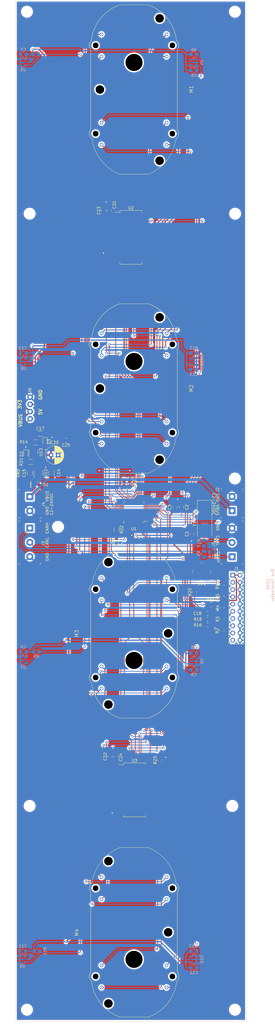
<source format=kicad_pcb>
(kicad_pcb (version 20211014) (generator pcbnew)
  (layers (0 "F.Cu" signal) (31 "B.Cu" signal) (34 "B.Paste" user) (35 "F.Paste" user) (36 "B.SilkS" user "B.Silkscreen") (37 "F.SilkS" user "F.Silkscreen") (38 "B.Mask" user) (39 "F.Mask" user) (44 "Edge.Cuts" user))
  (net 0 "")
  (net 1 "GND")
  (net 2 "Net-(C1-Pad2)")
  (net 3 "Net-(C2-Pad1)")
  (net 4 "+3.3V")
  (net 5 "+5V")
  (net 6 "Net-(C18-Pad2)")
  (net 7 "Net-(C19-Pad1)")
  (net 8 "Net-(D2-Pad2)")
  (net 9 "Net-(D3-Pad2)")
  (net 10 "Net-(D4-Pad2)")
  (net 11 "/RESET")
  (net 12 "/A1")
  (net 13 "/A2")
  (net 14 "/A3")
  (net 15 "/A8")
  (net 16 "/A7")
  (net 17 "/A6")
  (net 18 "/A5")
  (net 19 "/B1")
  (net 20 "/B2")
  (net 21 "/B3")
  (net 22 "/B8")
  (net 23 "/B7")
  (net 24 "/B6")
  (net 25 "/B5")
  (net 26 "/C1")
  (net 27 "/C2")
  (net 28 "/C3")
  (net 29 "/C8")
  (net 30 "/CANH")
  (net 31 "/CANL")
  (net 32 "/C7")
  (net 33 "/C6")
  (net 34 "/C5")
  (net 35 "/D1")
  (net 36 "/D2")
  (net 37 "/D3")
  (net 38 "/D8")
  (net 39 "/D7")
  (net 44 "/D6")
  (net 50 "/SWDIO")
  (net 51 "/SWCLK ")
  (net 52 "Net-(J1-Pad11)")
  (net 54 "/D5")
  (net 55 "Net-(J1-Pad17)")
  (net 57 "/HAll A Hour - 1")
  (net 58 "/HAll A Min - 1 ")
  (net 59 "/HAll A Hour - 2")
  (net 60 "/HAll A Min - 2")
  (net 61 "/HAll B Min - 1")
  (net 62 "/HAll B Min - 2")
  (net 63 "/HAll B Hour - 2")
  (net 64 "/HAll B Hour - 1")
  (net 65 "/F(SCX)D - 2")
  (net 66 "/Driver Reset")
  (net 67 "/CW{slash}~{CCWC} - 2")
  (net 68 "/CW{slash}~{CCWA} - 1")
  (net 69 "/F(SCX)A - 1 ")
  (net 70 "/CW{slash}~{CCWB} - 1")
  (net 71 "/F(SCX)B - 1 ")
  (net 72 "/CW{slash}~{CCWC} - 1 ")
  (net 73 "/F(SCX)C - 1 ")
  (net 74 "/CW{slash}~{CCWD} - 1")
  (net 75 "/F(SCX)D - 1 ")
  (net 76 "/F(SCX)C - 2")
  (net 77 "/CW{slash}~{CCWA} - 2")
  (net 78 "/CW{slash}~{CCWD} - 2")
  (net 79 "/F(SCX)A - 2")
  (net 80 "/CW{slash}~{CCWB} - 2")
  (net 81 "/F(SCX)B - 2")
  (net 82 "VBUS")
  (net 83 "Net-(D1-PadA)")
  (net 86 "Net-(R22-Pad1)")
  (net 87 "/A4")
  (net 88 "/B4")
  (net 89 "/C4")
  (net 90 "/D4")
  (net 91 "Net-(R20-Pad2)")
  (net 92 "Net-(J1-Pad7)")
  (net 93 "Net-(J1-Pad9)")
  (footprint "Resistor_SMD:R_0805_2012Metric_Pad1.20x1.40mm_HandSolder" (layer "F.Cu") (at 270.764 242.824)
    (fp_text reference "R18")
    (fp_text value "100k")
  )
  (footprint "Resistor_SMD:R_1206_3216Metric_Pad1.30x1.75mm_HandSolder" (layer "F.Cu") (at 208.5848 187.5536 180)
    (fp_text reference "R21")
    (fp_text value "1k6")
  )
  (footprint "Package_QFP:LQFP-48_7x7mm_P0.5mm" (layer "F.Cu") (at 244.856 205.232 180)
    (fp_text reference "U1")
    (fp_text value "LPC11C22_24-LQFP48")
  )
  (footprint "MountingHole:MountingHole_3.2mm_M3" (layer "F.Cu") (at 208.2 100.4 90)
    (fp_text reference "REF**" hide)
    (fp_text value "MountingHole_3.2mm_M3")
  )
  (footprint "Resistor_SMD:R_0805_2012Metric_Pad1.20x1.40mm_HandSolder" (layer "F.Cu") (at 270.764 244.856 180)
    (fp_text reference "R16")
    (fp_text value "50R")
  )
  (footprint "ClockLibrary:VID28-05" (layer "F.Cu") (at 244.92 352.792 90)
    (fp_text reference "M4")
    (fp_text value "VID28-05" hide)
  )
  (footprint "MountingHole:MountingHole_3.2mm_M3" (layer "F.Cu") (at 280.48 100.4)
    (fp_text reference "REF**" hide)
    (fp_text value "MountingHole_3.2mm_M3")
  )
  (footprint "ClockLibrary:VID28-05" (layer "F.Cu") (at 244.92 161.792 -90)
    (fp_text reference "M2")
    (fp_text value "VID28-05" hide)
  )
  (footprint "LED_SMD:LED_0603_1608Metric" (layer "F.Cu") (at 238.76 215.392 90)
    (fp_text reference "D4")
    (fp_text value "LED Low current")
  )
  (footprint "Connector_PinHeader_2.54mm:PinHeader_2x10_P2.54mm_Vertical" (layer "F.Cu") (at 279.649 227.335)
    (fp_text reference "J1")
    (fp_text value "JTAG")
  )
  (footprint "Capacitor_SMD:C_1206_3216Metric_Pad1.33x1.80mm_HandSolder" (layer "F.Cu") (at 211.963 177.673)
    (fp_text reference "C17")
    (fp_text value "10uF")
  )
  (footprint "LED_SMD:LED_0603_1608Metric" (layer "F.Cu") (at 213.614 180.467 -90)
    (fp_text reference "D3")
    (fp_text value "LED Low current")
  )
  (footprint "MountingHole:MountingHole_3.2mm_M3" (layer "F.Cu") (at 208.2 308.4)
    (fp_text reference "REF**" hide)
    (fp_text value "MountingHole_3.2mm_M3")
  )
  (footprint "ClockLibrary:VID28-05" (layer "F.Cu") (at 244.92 56.792 -90)
    (fp_text reference "M1")
    (fp_text value "VID28-05" hide)
  )
  (footprint "ClockLibrary:VID28-05" (layer "F.Cu") (at 244.92 247.792 90)
    (fp_text reference "M3")
    (fp_text value "VID28-05" hide)
  )
  (footprint "Package_SO:SOIC-28W_7.5x18.7mm_P1.27mm" (layer "F.Cu") (at 243.84 108.712)
    (fp_text reference "U2")
    (fp_text value "VID6606")
  )
  (footprint "Package_TO_SOT_SMD:SOT-23-5" (layer "F.Cu") (at 209.55 184.023 90)
    (fp_text reference "U13")
    (fp_text value "NCP718xSN330")
  )
  (footprint "Capacitor_SMD:C_0805_2012Metric_Pad1.18x1.45mm_HandSolder" (layer "F.Cu") (at 238.506 291.084 90)
    (fp_text reference "C24")
    (fp_text value "100nF")
  )
  (footprint "Capacitor_SMD:C_1206_3216Metric_Pad1.33x1.80mm_HandSolder" (layer "F.Cu") (at 208.28 191.516 -90)
    (fp_text reference "C15")
    (fp_text value "10uF")
  )
  (footprint "MountingHole:MountingHole_3.2mm_M3" (layer "F.Cu") (at 218.2 210.4)
    (fp_text reference "REF**" hide)
    (fp_text value "MountingHole_3.2mm_M3")
  )
  (footprint "MountingHole:MountingHole_3.2mm_M3" (layer "F.Cu") (at 280.416 29.464)
    (fp_text reference "REF**" hide)
    (fp_text value "MountingHole_3.2mm_M3")
  )
  (footprint "MountingHole:MountingHole_3.2mm_M3" (layer "F.Cu") (at 207.264 29.464)
    (fp_text reference "REF**" hide)
    (fp_text value "MountingHole_3.2mm_M3")
  )
  (footprint "Resistor_SMD:R_0805_2012Metric_Pad1.20x1.40mm_HandSolder" (layer "F.Cu") (at 275.844 234.696 90)
    (fp_text reference "R1")
    (fp_text value "10k")
  )
  (footprint "Resistor_SMD:R_1206_3216Metric_Pad1.30x1.75mm_HandSolder" (layer "F.Cu") (at 210.312 180.721)
    (fp_text reference "R14")
    (fp_text value "750R")
  )
  (footprint "digikey-footprints:PinHeader_1x4_P2.54mm_Drill1.02mm" (layer "F.Cu") (at 208.3816 164.8206 -90)
    (fp_text reference "J6")
    (fp_text value "0022232041")
  )
  (footprint "Resistor_SMD:R_0805_2012Metric_Pad1.20x1.40mm_HandSolder" (layer "F.Cu") (at 275.844 242.824 -90)
    (fp_text reference "R3")
    (fp_text value "10k")
  )
  (footprint "digikey-footprints:Term_Block_1x2_P5mm" (layer "F.Cu") (at 208.28 199.792 -90)
    (fp_text reference "J4")
    (fp_text value "OSTTC020162")
  )
  (footprint "Capacitor_SMD:C_0805_2012Metric_Pad1.18x1.45mm_HandSolder" (layer "F.Cu") (at 242.443 196.088)
    (fp_text reference "C16")
    (fp_text value "100nF")
  )
  (footprint "Capacitor_SMD:C_0805_2012Metric_Pad1.18x1.45mm_HandSolder" (layer "F.Cu") (at 261.62 203.454 90)
    (fp_text reference "C2")
    (fp_text value "18pF")
  )
  (footprint "Resistor_SMD:R_0805_2012Metric_Pad1.20x1.40mm_HandSolder" (layer "F.Cu") (at 275.844 246.872 90)
    (fp_text reference "R2")
    (fp_text value "10k")
  )
  (footprint "MountingHole:MountingHole_3.2mm_M3" (layer "F.Cu") (at 280.416 379.984)
    (fp_text reference "REF**" hide)
    (fp_text value "MountingHole_3.2mm_M3")
  )
  (footprint "MountingHole:MountingHole_3.2mm_M3" (layer "F.Cu") (at 207.264 379.984)
    (fp_text reference "REF**" hide)
    (fp_text value "MountingHole_3.2mm_M3")
  )
  (footprint "Capacitor_THT:CP_Radial_D6.3mm_P2.50mm" (layer "F.Cu") (at 215.7476 185.166)
    (fp_text reference "C20")
    (fp_text value "47uF")
  )
  (footprint "Resistor_SMD:R_0805_2012Metric_Pad1.20x1.40mm_HandSolder" (layer "F.Cu") (at 254 292.354 90)
    (fp_text reference "R23")
    (fp_text value "10k")
  )
  (footprint "LED_SMD:LED_0603_1608Metric" (layer "F.Cu") (at 206.883 184.785 -90)
    (fp_text reference "D2")
    (fp_text value "LED Low current")
  )
  (footprint "Resistor_SMD:R_0805_2012Metric_Pad1.20x1.40mm_HandSolder" (layer "F.Cu") (at 272.034 237.744 180)
    (fp_text reference "R15")
    (fp_text value "50R")
  )
  (footprint "Capacitor_SMD:C_0805_2012Metric_Pad1.18x1.45mm_HandSolder" (layer "F.Cu") (at 236.474 291.084 90)
    (fp_text reference "C22")
    (fp_text value "100nF")
  )
  (footprint "Resistor_SMD:R_0805_2012Metric_Pad1.20x1.40mm_HandSolder" (layer "F.Cu") (at 275.844 238.76 -90)
    (fp_text reference "R4")
    (fp_text value "10k")
  )
  (footprint "Capacitor_SMD:C_0805_2012Metric_Pad1.18x1.45mm_HandSolder" (layer "F.Cu") (at 270.764 240.792 180)
    (fp_text reference "C18")
    (fp_text value "100nF")
  )
  (footprint "Resistor_SMD:R_1206_3216Metric_Pad1.30x1.75mm_HandSolder" (layer "F.Cu") (at 238.76 211.328 -90)
    (fp_text reference "R22")
    (fp_text value "750R")
  )
  (footprint "Capacitor_SMD:C_0805_2012Metric_Pad1.18x1.45mm_HandSolder" (layer "F.Cu") (at 236.22 99.314 90)
    (fp_text reference "C21")
    (fp_text value "100nF")
  )
  (footprint "MountingHole:MountingHole_3.2mm_M3" (layer "F.Cu") (at 279.48 308.4)
    (fp_text reference "REF**" hide)
    (fp_text value "MountingHole_3.2mm_M3")
  )
  (footprint "Capacitor_SMD:C_0805_2012Metric_Pad1.18x1.45mm_HandSolder" (layer "F.Cu") (at 221 180 180)
    (fp_text reference "C25")
    (fp_text value "100nF")
  )
  (footprint "Capacitor_SMD:C_0805_2012Metric_Pad1.18x1.45mm_HandSolder" (layer "F.Cu") (at 242.443 194.056 180)
    (fp_text reference "C5")
    (fp_text value "100nF")
  )
  (footprint "Capacitor_SMD:C_1206_3216Metric_Pad1.33x1.80mm_HandSolder" (layer "F.Cu") (at 215.9 191.516 90)
    (fp_text reference "C14")
    (fp_text value "10uF")
  )
  (footprint "Capacitor_SMD:C_0805_2012Metric_Pad1.18x1.45mm_HandSolder" (layer "F.Cu") (at 265.176 212.852 90)
    (fp_text reference "C1")
    (fp_text value "18pF")
  )
  (footprint "digikey-footprints:Switch_Tactile_SMD_6x6mm_PTS645" (layer "F.Cu") (at 268.732 226.06 180)
    (fp_text reference "SW1")
    (fp_text value "SW_SPST")
  )
  (footprint "Capacitor_SMD:C_0805_2012Metric_Pad1.18x1.45mm_HandSolder" (layer "F.Cu") (at 247.25 215.75)
    (fp_text reference "C4")
    (fp_text value "100nF")
  )
  (footprint "digikey-footprints:Term_Block_1x3_P5mm" (layer "F.Cu") (at 279.4 220.9 90)
    (fp_text reference "J5")
    (fp_text value "OSTTC030162")
  )
  (footprint "Crystal:Crystal_SMD_HC49-SD" (layer "F.Cu") (at 269.748 207.772 -90)
    (fp_text reference "Y1")
    (fp_text value "12MHz/12pF")
  )
  (footprint "MountingHole:MountingHole_3.2mm_M3" (layer "F.Cu") (at 280.4 193.4)
    (fp_text reference "REF**" hide)
    (fp_text value "MountingHole_3.2mm_M3")
  )
  (footprint "digikey-footprints:Term_Block_1x2_P5mm" (layer "F.Cu") (at 279.4 204.724 90)
    (fp_text reference "J2")
    (fp_text value "OSTTC020162")
  )
  (footprint "Capacitor_SMD:C_0805_2012Metric_Pad1.18x1.45mm_HandSolder" (layer "F.Cu") (at 259.334 203.5 90)
    (fp_text reference "C3")
    (fp_text value "100nF")
  )
  (footprint "Package_TO_SOT_SMD:SOT-23-5" (layer "F.Cu") (at 211.328 191.516 90)
    (fp_text reference "U12")
    (fp_text value "NCP718xSN500")
  )
  (footprint "Package_SO:SOIC-28W_7.5x18.7mm_P1.27mm" (layer "F.Cu") (at 245.11 302.768)
    (fp_text reference "U3")
    (fp_text value "VID6606")
  )
  (footprint "Capacitor_SMD:C_0805_2012Metric_Pad1.18x1.45mm_HandSolder" (layer "F.Cu") (at 234.188 99.314 90)
    (fp_text reference "C23")
    (fp_text value "100nF")
  )
  (footprint "Resistor_SMD:R_0805_2012Metric_Pad1.20x1.40mm_HandSolder" (layer "F.Cu") (at 266.192 233.299 90)
    (fp_text reference "R20")
    (fp_text value "100k")
  )
  (footprint "digikey-footprints:SOD-123" (layer "F.Cu") (at 209.804 195.58)
    (fp_text reference "D1")
    (fp_text value "1N5819HW-7-F")
  )
  (footprint "Resistor_SMD:R_0805_2012Metric_Pad1.20x1.40mm_HandSolder" (layer "F.Cu") (at 275.844 230.886 90)
    (fp_text reference "R19")
    (fp_text value "50R")
  )
  (footprint "digikey-footprints:Term_Block_1x3_P5mm" (layer "F.Cu") (at 208.28 210.82 -90)
    (fp_text reference "J3")
    (fp_text value "OSTTC030162")
  )
  (footprint "Package_TO_SOT_SMD:SOT-23" (layer "B.Cu") (at 205.74 362.292 180)
    (fp_text reference "U9")
    (fp_text value "DRV5033AJxDBZ")
  )
  (footprint "Capacitor_SMD:C_0805_2012Metric_Pad1.18x1.45mm_HandSolder" (layer "B.Cu") (at 205.994 149.352 180)
    (fp_text reference "C10")
    (fp_text value "0.01uF")
  )
  (footprint "Capacitor_SMD:C_0805_2012Metric_Pad1.18x1.45mm_HandSolder" (layer "B.Cu") (at 265.938 155.194)
    (fp_text reference "C13")
    (fp_text value "0.01uF")
  )
  (footprint "Resistor_SMD:R_0805_2012Metric_Pad1.20x1.40mm_HandSolder" (layer "B.Cu") (at 265.938 149.352)
    (fp_text reference "R13")
    (fp_text value "10k")
  )
  (footprint "Resistor_SMD:R_0805_2012Metric_Pad1.20x1.40mm_HandSolder" (layer "B.Cu") (at 269.494 216.1032 -90)
    (fp_text reference "R17")
    (fp_text value "60R")
  )
  (footprint "Package_TO_SOT_SMD:SOT-23" (layer "B.Cu") (at 265.92 362.292)
    (fp_text reference "U10")
    (fp_text value "DRV5033AJxDBZ")
  )
  (footprint "Package_TO_SOT_SMD:SOT-23" (layer "B.Cu") (at 265.92 257.556)
    (fp_text reference "U6")
    (fp_text value "DRV5033AJxDBZ")
  )
  (footprint "Package_TO_SOT_SMD:SOT-23" (layer "B.Cu") (at 205.92 47.292 180)
    (fp_text reference "U5")
    (fp_text value "DRV5033AJxDBZ")
  )
  (footprint "Capacitor_SMD:C_0805_2012Metric_Pad1.18x1.45mm_HandSolder" (layer "B.Cu") (at 272.542 219.202)
    (fp_text reference "C19")
    (fp_text value "1nF")
  )
  (footprint "Package_TO_SOT_SMD:SOT-23" (layer "B.Cu") (at 205.92 257.292 180)
    (fp_text reference "U7")
    (fp_text value "DRV5033AJxDBZ")
  )
  (footprint "Resistor_SMD:R_0805_2012Metric_Pad1.20x1.40mm_HandSolder" (layer "B.Cu") (at 265.938 44.45)
    (fp_text reference "R6")
    (fp_text value "10k")
  )
  (footprint "Capacitor_SMD:C_0805_2012Metric_Pad1.18x1.45mm_HandSolder" (layer "B.Cu") (at 205.74 359.41 180)
    (fp_text reference "C11")
    (fp_text value "0.01uF")
  )
  (footprint "Package_TO_SOT_SMD:SOT-23" (layer "B.Cu") (at 265.92 47.292)
    (fp_text reference "U4")
    (fp_text value "DRV5033AJxDBZ")
  )
  (footprint "Resistor_SMD:R_0805_2012Metric_Pad1.20x1.40mm_HandSolder" (layer "B.Cu") (at 210.82 359.41)
    (fp_text reference "R11")
    (fp_text value "10k")
  )
  (footprint "Capacitor_SMD:C_0805_2012Metric_Pad1.18x1.45mm_HandSolder" (layer "B.Cu") (at 265.938 365.252)
    (fp_text reference "C12")
    (fp_text value "0.01uF")
  )
  (footprint "Package_TO_SOT_SMD:SOT-23" (layer "B.Cu") (at 205.92 152.292 180)
    (fp_text reference "U8")
    (fp_text value "DRV5033AJxDBZ")
  )
  (footprint "Resistor_SMD:R_0805_2012Metric_Pad1.20x1.40mm_HandSolder" (layer "B.Cu") (at 269.494 219.964 90)
    (fp_text reference "R5")
    (fp_text value "60R")
  )
  (footprint "Capacitor_SMD:C_0805_2012Metric_Pad1.18x1.45mm_HandSolder" (layer "B.Cu") (at 205.994 254.254 180)
    (fp_text reference "C9")
    (fp_text value "0.01uF")
  )
  (footprint "Resistor_SMD:R_0805_2012Metric_Pad1.20x1.40mm_HandSolder" (layer "B.Cu") (at 265.938 359.41)
    (fp_text reference "R12")
    (fp_text value "10k")
  )
  (footprint "Package_TO_SOT_SMD:SOT-23" (layer "B.Cu") (at 265.92 152.292)
    (fp_text reference "U11")
    (fp_text value "DRV5033AJxDBZ")
  )
  (footprint "Capacitor_SMD:C_0805_2012Metric_Pad1.18x1.45mm_HandSolder" (layer "B.Cu") (at 265.938 50.038)
    (fp_text reference "C6")
    (fp_text value "0.01uF")
  )
  (footprint "Resistor_SMD:R_0805_2012Metric_Pad1.20x1.40mm_HandSolder" (layer "B.Cu") (at 210.312 44.45)
    (fp_text reference "R7")
    (fp_text value "10k")
  )
  (footprint "Resistor_SMD:R_0805_2012Metric_Pad1.20x1.40mm_HandSolder" (layer "B.Cu") (at 210.566 149.352)
    (fp_text reference "R10")
    (fp_text value "10k")
  )
  (footprint "Capacitor_SMD:C_0805_2012Metric_Pad1.18x1.45mm_HandSolder" (layer "B.Cu") (at 265.938 260.604)
    (fp_text reference "C8")
    (fp_text value "0.01uF")
  )
  (footprint "Resistor_SMD:R_0805_2012Metric_Pad1.20x1.40mm_HandSolder" (layer "B.Cu") (at 265.938 254.762)
    (fp_text reference "R8")
    (fp_text value "10k")
  )
  (footprint "Capacitor_SMD:C_0805_2012Metric_Pad1.18x1.45mm_HandSolder" (layer "B.Cu") (at 205.994 44.45 180)
    (fp_text reference "C7")
    (fp_text value "0.01uF")
  )
  (footprint "Resistor_SMD:R_0805_2012Metric_Pad1.20x1.40mm_HandSolder" (layer "B.Cu") (at 210.566 254.254)
    (fp_text reference "R9")
    (fp_text value "10k")
  )
  (gr_line (start 284.48 384.048) (end 284.48 25.4) (layer "Edge.Cuts") (width 0.1))
  (gr_line (start 203.2 384.048) (end 284.48 384.048) (layer "Edge.Cuts") (width 0.1))
  (gr_line (start 203.2 25.4) (end 203.2 384.048) (layer "Edge.Cuts") (width 0.1))
  (gr_line (start 284.48 25.4) (end 203.2 25.4) (layer "Edge.Cuts") (width 0.1))
  (gr_text "120R \nBus Terminator" (at 292.862 230.886 -270) (layer "B.SilkS") (effects (font (size 1 1)) (justify mirror)))
  (gr_text "CANH" (at 214.376 210.82 90) (layer "F.SilkS") (effects (font (size 1 1))))
  (gr_text "CANH" (at 274.574 220.98 270) (layer "F.SilkS") (effects (font (size 1 1))))
  (gr_text "GND" (at 274.32 200.152 270) (layer "F.SilkS") (effects (font (size 1 1))))
  (gr_text "GND" (at 204.216 191.516 90) (layer "F.SilkS") (effects (font (size 1 1))))
  (gr_text "VBUS" (at 205 173 90) (layer "F.SilkS") (effects (font (size 1.2 1.2) (thickness 0.25))))
  (gr_text "GND" (at 274.32 210.312 270) (layer "F.SilkS") (effects (font (size 1 1))))
  (gr_text "VBUS" (at 274.32 204.47 270) (layer "F.SilkS") (effects (font (size 1 1))))
  (gr_text "VBUS" (at 214.376 199.644 90) (layer "F.SilkS") (effects (font (size 1 1))))
  (gr_text "CANL\n" (at 274.32 215.265 270) (layer "F.SilkS") (effects (font (size 1 1))))
  (gr_text "12-24VDC" (at 273.05 202.3364 270) (layer "F.SilkS") (effects (font (size 1 1))))
  (gr_text "3V3" (at 204.7748 167.386 90) (layer "F.SilkS") (effects (font (size 1.2 1.2) (thickness 0.25))))
  (gr_text "CANL\n" (at 214.376 215.9 90) (layer "F.SilkS") (effects (font (size 1 1))))
  (gr_text "12-24VDC" (at 215.9 202.438 90) (layer "F.SilkS") (effects (font (size 1 1))))
  (gr_text "GND" (at 212 164 90) (layer "F.SilkS") (effects (font (size 1.2 1.2) (thickness 0.25))))
  (gr_text "GND" (at 214.376 204.724 90) (layer "F.SilkS") (effects (font (size 1 1))))
  (gr_text "5V" (at 212 170 90) (layer "F.SilkS") (effects (font (size 1.2 1.2) (thickness 0.25))))
  (gr_text "GND" (at 214.376 220.98 90) (layer "F.SilkS") (effects (font (size 1 1))))
  (segment (start 239.8776 196.6722) (end 239.8776 196.723) (width 0.2) (layer "F.Cu") (net 1))
  (segment (start 211.328 192.158657) (end 211.898857 191.5878) (width 0.4064) (layer "F.Cu") (net 1))
  (segment (start 206.883 183.9975) (end 206.883 182.372) (width 0.4064) (layer "F.Cu") (net 1))
  (segment (start 265.176 213.8895) (end 265.176 215.392) (width 0.4064) (layer "F.Cu") (net 1))
  (segment (start 236.22 98.2765) (end 236.22 97.282) (width 0.4064) (layer "F.Cu") (net 1))
  (segment (start 248.2875 215.75) (end 248.2875 214.7875) (width 0.4064) (layer "F.Cu") (net 1))
  (segment (start 217.084 180) (end 216.027 178.943) (width 0.4064) (layer "F.Cu") (net 1))
  (segment (start 215.2905 179.6795) (end 216.027 178.943) (width 0.4064) (layer "F.Cu") (net 1))
  (segment (start 244.106 213.348) (end 244.094 213.36) (width 0.2) (layer "F.Cu") (net 1))
  (segment (start 208.28 193.0785) (end 209.7707 191.5878) (width 0.4064) (layer "F.Cu") (net 1))
  (segment (start 243.106 201.0695) (end 243.606 201.0695) (width 0.2) (layer "F.Cu") (net 1))
  (segment (start 209.55 185.1605) (end 209.55 184.665657) (width 0.4064) (layer "F.Cu") (net 1))
  (segment (start 236.474 290.0465) (end 236.474 289.052) (width 0.4064) (layer "F.Cu") (net 1))
  (segment (start 239.04 114.427) (end 234.315 114.427) (width 0.4064) (layer "F.Cu") (net 1))
  (segment (start 236.22 97.282) (end 235.204 96.266) (width 0.4064) (layer "F.Cu") (net 1))
  (segment (start 240.4618 196.088) (end 239.8776 196.6722) (width 0.2) (layer "F.Cu") (net 1))
  (segment (start 241.4055 196.088) (end 240.4618 196.088) (width 0.2) (layer "F.Cu") (net 1))
  (segment (start 238.76 216.1795) (end 240.6395 216.1795) (width 0.4064) (layer "F.Cu") (net 1))
  (segment (start 213.868 190.233343) (end 213.868 189.484) (width 0.4064) (layer "F.Cu") (net 1))
  (segment (start 254 291.354) (end 256.016 291.354) (width 0.4064) (layer "F.Cu") (net 1))
  (segment (start 273.304 240.792) (end 274.32 239.776) (width 0.4064) (layer "F.Cu") (net 1))
  (segment (start 271.8015 240.792) (end 273.304 240.792) (width 0.4064) (layer "F.Cu") (net 1))
  (segment (start 248.2875 214.7875) (end 247.75 214.25) (width 0.4064) (layer "F.Cu") (net 1))
  (segment (start 243.106 201.0695) (end 243.106 199.9514) (width 0.2) (layer "F.Cu") (net 1))
  (segment (start 214.757 177.673) (end 216.027 178.943) (width 0.4064) (layer "F.Cu") (net 1))
  (segment (start 238.506 289.052) (end 237.49 288.036) (width 0.4064) (layer "F.Cu") (net 1))
  (segment (start 275.844 245.872) (end 273.304 245.872) (width 0.4064) (layer "F.Cu") (net 1))
  (segment (start 208.881843 183.9975) (end 206.883 183.9975) (width 0.4064) (layer "F.Cu") (net 1))
  (segment (start 212.513543 191.5878) (end 213.868 190.233343) (width 0.4064) (layer "F.Cu") (net 1))
  (segment (start 259.334 201.666) (end 260.25 200.75) (width 0.4064) (layer "F.Cu") (net 1))
  (segment (start 261.62 202.12) (end 260.25 200.75) (width 0.4064) (layer "F.Cu") (net 1))
  (segment (start 234.188 98.2765) (end 234.188 97.282) (width 0.4064) (layer "F.Cu") (net 1))
  (segment (start 215.4305 189.484) (end 215.9 189.9535) (width 0.4064) (layer "F.Cu") (net 1))
  (segment (start 209.55 184.665657) (end 208.881843 183.9975) (width 0.4064) (layer "F.Cu") (net 1))
  (segment (start 219.9625 180) (end 217.084 180) (width 0.4064) (layer "F.Cu") (net 1))
  (segment (start 261.62 202.4165) (end 261.62 202.12) (width 0.4064) (layer "F.Cu") (net 1))
  (segment (start 275.844 243.824) (end 274.32 242.3) (width 0.4064) (layer "F.Cu") (net 1))
  (segment (start 213.614 179.6795) (end 215.2905 179.6795) (width 0.4064) (layer "F.Cu") (net 1))
  (segment (start 213.5255 177.673) (end 214.757 177.673) (width 0.4064) (layer "F.Cu") (net 1))
  (segment (start 249.0185 205.982) (end 249.0305 205.994) (width 0.2) (layer "F.Cu") (net 1))
  (segment (start 274.336 239.76) (end 274.32 239.776) (width 0.4064) (layer "F.Cu") (net 1))
  (segment (start 240.6395 216.1795) (end 240.665 216.154) (width 0.4064) (layer "F.Cu") (net 1))
  (segment (start 256.016 291.354) (end 256.032 291.338) (width 0.4064) (layer "F.Cu") (net 1))
  (segment (start 272.707 223.81) (end 264.757 223.81) (width 0.4064) (layer "F.Cu") (net 1))
  (segment (start 239.649 308.483) (end 237.236 310.896) (width 0.4064) (layer "F.Cu") (net 1))
  (segment (start 249.0305 205.994) (end 252.984 205.994) (width 0.2) (layer "F.Cu") (net 1))
  (segment (start 240.31 308.483) (end 239.649 308.483) (width 0.4064) (layer "F.Cu") (net 1))
  (segment (start 275.844 239.76) (end 274.336 239.76) (width 0.4064) (layer "F.Cu") (net 1))
  (segment (start 211.898857 191.5878) (end 212.513543 191.5878) (width 0.4064) (layer "F.Cu") (net 1))
  (segment (start 274.32 242.3) (end 274.32 239.776) (width 0.4064) (layer "F.Cu") (net 1))
  (segment (start 209.7707 191.5878) (end 210.757143 191.5878) (width 0.4064) (layer "F.Cu") (net 1))
  (segment (start 234.188 97.282) (end 235.204 96.266) (width 0.4064) (layer "F.Cu") (net 1))
  (segment (start 236.474 289.052) (end 237.49 288.036) (width 0.4064) (layer "F.Cu") (net 1))
  (segment (start 211.328 192.158657) (end 211.328 192.6535) (width 0.4064) (layer "F.Cu") (net 1))
  (segment (start 259.334 202.4625) (end 259.334 201.666) (width 0.4064) (layer "F.Cu") (net 1))
  (segment (start 264.757 215.811) (end 265.176 215.392) (width 0.4064) (layer "F.Cu") (net 1))
  (segment (start 213.868 189.484) (end 215.4305 189.484) (width 0.4064) (layer "F.Cu") (net 1))
  (segment (start 243.106 199.9514) (end 239.8776 196.723) (width 0.2) (layer "F.Cu") (net 1))
  (segment (start 244.106 209.3945) (end 244.106 213.348) (width 0.2) (layer "F.Cu") (net 1))
  (segment (start 238.506 290.0465) (end 238.506 289.052) (width 0.4064) (layer "F.Cu") (net 1))
  (segment (start 264.757 223.81) (end 264.757 215.811) (width 0.4064) (layer "F.Cu") (net 1))
  (segment (start 241.4055 196.088) (end 241.4055 194.056) (width 0.2) (layer "F.Cu") (net 1))
  (segment (start 234.315 114.427) (end 234.188 114.3) (width 0.4064) (layer "F.Cu") (net 1))
  (segment (start 210.757143 191.5878) (end 211.328 192.158657) (width 0.4064) (layer "F.Cu") (net 1))
  (via (at 237.236 310.896) (size 0.8) (drill 0.4) (layers "F.Cu" "B.Cu") (net 1))
  (via (at 239.8776 196.723) (size 0.8) (drill 0.4) (layers "F.Cu" "B.Cu") (net 1))
  (via (at 273.304 245.872) (size 0.8) (drill 0.4) (layers "F.Cu" "B.Cu") (net 1))
  (via (at 247.75 214.25) (size 0.8) (drill 0.4) (layers "F.Cu" "B.Cu") (net 1))
  (via (at 234.188 114.3) (size 0.8) (drill 0.4) (layers "F.Cu" "B.Cu") (net 1))
  (via (at 244.094 213.36) (size 0.8) (drill 0.4) (layers "F.Cu" "B.Cu") (net 1))
  (via (at 206.883 182.372) (size 0.8) (drill 0.4) (layers "F.Cu" "B.Cu") (net 1))
  (via (at 235.204 96.266) (size 0.8) (drill 0.4) (layers "F.Cu" "B.Cu") (net 1))
  (via (at 213.868 189.484) (size 0.8) (drill 0.4) (layers "F.Cu" "B.Cu") (net 1))
  (via (at 274.32 239.776) (size 0.8) (drill 0.4) (layers "F.Cu" "B.Cu") (net 1))
  (via (at 240.665 216.154) (size 0.8) (drill 0.4) (layers "F.Cu" "B.Cu") (net 1))
  (via (at 237.49 288.036) (size 0.8) (drill 0.4) (layers "F.Cu" "B.Cu") (net 1))
  (via (at 252.984 205.994) (size 0.8) (drill 0.4) (layers "F.Cu" "B.Cu") (net 1))
  (via (at 260.25 200.75) (size 0.8) (drill 0.4) (layers "F.Cu" "B.Cu") (net 1))
  (via (at 265.176 215.392) (size 0.8) (drill 0.4) (layers "F.Cu" "B.Cu") (net 1))
  (via (at 256.032 291.338) (size 0.8) (drill 0.4) (layers "F.Cu" "B.Cu") (net 1))
  (via (at 216.027 178.943) (size 0.8) (drill 0.4) (layers "F.Cu" "B.Cu") (net 1))
  (segment (start 269.748 212.022) (end 265.3835 212.022) (width 0.25) (layer "F.Cu") (net 2))
  (segment (start 265.176 211.8145) (end 264.668 211.3065) (width 0.25) (layer "F.Cu") (net 2))
  (segment (start 253.575608 205.2695) (end 253.899867 205.593759) (width 0.25) (layer "F.Cu") (net 2))
  (segment (start 252.217402 205.482) (end 252.429902 205.2695) (width 0.25) (layer "F.Cu") (net 2))
  (segment (start 249.0185 205.482) (end 252.217402 205.482) (width 0.25) (layer "F.Cu") (net 2))
  (segment (start 265.3835 212.022) (end 265.176 211.8145) (width 0.25) (layer "F.Cu") (net 2))
  (segment (start 252.429902 205.2695) (end 253.575608 205.2695) (width 0.25) (layer "F.Cu") (net 2))
  (segment (start 264.668 211.3065) (end 264.668 207.01) (width 0.25) (layer "F.Cu") (net 2))
  (via (at 253.899867 205.593759) (size 0.8) (drill 0.4) (layers "F.Cu" "B.Cu") (net 2))
  (via (at 264.668 207.01) (size 0.8) (drill 0.4) (layers "F.Cu" "B.Cu") (net 2))
  (segment (start 255.316108 207.01) (end 264.668 207.01) (width 0.25) (layer "B.Cu") (net 2))
  (segment (start 253.899867 205.593759) (end 255.316108 207.01) (width 0.25) (layer "B.Cu") (net 2))
  (segment (start 249.0185 204.982) (end 252.081712 204.982) (width 0.25) (layer "F.Cu") (net 3))
  (segment (start 252.194453 204.869259) (end 254.199965 204.869259) (width 0.25) (layer "F.Cu") (net 3))
  (segment (start 261.62 204.4915) (end 261.62 206.248) (width 0.25) (layer "F.Cu") (net 3))
  (segment (start 254.199965 204.869259) (end 255.578706 206.248) (width 0.25) (layer "F.Cu") (net 3))
  (segment (start 255.578706 206.248) (end 256.032 206.248) (width 0.25) (layer "F.Cu") (net 3))
  (segment (start 252.081712 204.982) (end 252.194453 204.869259) (width 0.25) (layer "F.Cu") (net 3))
  (segment (start 268.41 203.522) (end 266.7 205.232) (width 0.25) (layer "F.Cu") (net 3))
  (segment (start 269.748 203.522) (end 268.41 203.522) (width 0.25) (layer "F.Cu") (net 3))
  (via (at 266.7 205.232) (size 0.8) (drill 0.4) (layers "F.Cu" "B.Cu") (net 3))
  (via (at 256.032 206.248) (size 0.8) (drill 0.4) (layers "F.Cu" "B.Cu") (net 3))
  (via (at 261.62 206.248) (size 0.8) (drill 0.4) (layers "F.Cu" "B.Cu") (net 3))
  (segment (start 265.684 206.248) (end 261.62 206.248) (width 0.25) (layer "B.Cu") (net 3))
  (segment (start 266.7 205.232) (end 265.684 206.248) (width 0.25) (layer "B.Cu") (net 3))
  (segment (start 256.032 206.248) (end 261.62 206.248) (width 0.25) (layer "B.Cu") (net 3))
  (segment (start 276.368 236.22) (end 275.844 235.696) (width 0.4064) (layer "F.Cu") (net 4))
  (segment (start 210.185 175.006) (end 210.185 172.085) (width 0.4064) (layer "F.Cu") (net 4))
  (segment (start 213.36 147.32) (end 213.36 146.812) (width 0.4064) (layer "F.Cu") (net 4))
  (segment (start 210.185 150.495) (end 213.36 147.32) (width 0.4064) (layer "F.Cu") (net 4))
  (segment (start 210.185 172.085) (end 210.185 150.495) (width 0.4064) (layer "F.Cu") (net 4))
  (segment (start 245.606 209.3945) (end 245.606 213.398117) (width 0.2) (layer "F.Cu") (net 4))
  (segment (start 211.328 42.672) (end 209.296 42.672) (width 0.4064) (layer "F.Cu") (net 4))
  (segment (start 245.606 196.584) (end 245.11 196.088) (width 0.2) (layer "F.Cu") (net 4))
  (segment (start 262.89 235.6225) (end 262.8005 235.712) (width 0.4064) (layer "F.Cu") (net 4))
  (segment (start 245.618 213.410117) (end 246.25 214.042117) (width 0.2) (layer "F.Cu") (net 4))
  (segment (start 246.25 215.7125) (end 246.2125 215.75) (width 0.2) (layer "F.Cu") (net 4))
  (segment (start 263.144 249.412282) (end 262.997299 249.265581) (width 0.4064) (layer "F.Cu") (net 4))
  (segment (start 208.762 180.721) (end 208.635 180.594) (width 0.4064) (layer "F.Cu") (net 4))
  (segment (start 208.635 180.594) (end 208.635 179.4385) (width 0.4064) (layer "F.Cu") (net 4))
  (segment (start 210.185 167.386) (end 210.185 172.085) (width 0.4064) (layer "F.Cu") (net 4))
  (segment (start 257.556 215.138) (end 262.89 220.472) (width 0.4064) (layer "F.Cu") (net 4))
  (segment (start 280.924 228.61) (end 280.924 236.22) (width 0.4064) (layer "F.Cu") (net 4))
  (segment (start 245.606 201.0695) (end 245.606 196.584) (width 0.2) (layer "F.Cu") (net 4))
  (segment (start 221.996 355.092) (end 220.98 356.108) (width 0.4064) (layer "F.Cu") (net 4))
  (segment (start 210.185 177.4575) (end 210.185 175.006) (width 0.4064) (layer "F.Cu") (net 4))
  (segment (start 275.844 235.696) (end 274.336 235.696) (width 0.4064) (layer "F.Cu") (net 4))
  (segment (start 218.694 175.006) (end 221.996 178.308) (width 0.4064) (layer "F.Cu") (net 4))
  (segment (start 221.996 178.308) (end 221.996 248.666) (width 0.4064) (layer "F.Cu") (net 4))
  (segment (start 221.996 248.666) (end 221.996 355.092) (width 0.4064) (layer "F.Cu") (net 4))
  (segment (start 249.0185 204.482) (end 249.055742 204.444758) (width 0.2) (layer "F.Cu") (net 4))
  (segment (start 262.997299 235.908799) (end 262.8005 235.712) (width 0.4064) (layer "F.Cu") (net 4))
  (segment (start 262.89 220.472) (end 262.89 235.6225) (width 0.4064) (layer "F.Cu") (net 4))
  (segment (start 208.6 180.883) (end 208.762 180.721) (width 0.4064) (layer "F.Cu") (net 4))
  (segment (start 249.055742 204.444758) (end 254.3758 204.444758) (width 0.2) (layer "F.Cu") (net 4))
  (segment (start 220.98 250.19) (end 221.996 249.174) (width 0.4064) (layer "F.Cu") (net 4))
  (segment (start 259.1475 204.724) (end 259.334 204.5375) (width 0.2) (layer "F.Cu") (net 4))
  (segment (start 245.606 213.398117) (end 245.618 213.410117) (width 0.2) (layer "F.Cu") (net 4))
  (segment (start 257.556 206.3155) (end 259.334 204.5375) (width 0.4064) (layer "F.Cu") (net 4))
  (segment (start 210.1596 167.3606) (end 210.185 167.386) (width 0.4064) (layer "F.Cu") (net 4))
  (segment (start 279.649 227.335) (end 282.189 227.335) (width 0.4064) (layer "F.Cu") (net 4))
  (segment (start 208.635 179.4385) (end 210.4005 177.673) (width 0.4064) (layer "F.Cu") (net 4))
  (segment (start 210.4005 177.673) (end 210.185 177.4575) (width 0.4064) (layer "F.Cu") (net 4))
  (segment (start 210.185 175.006) (end 218.694 175.006) (width 0.4064) (layer "F.Cu") (net 4))
  (segment (start 213.36 146.812) (end 213.36 44.704) (width 0.4064) (layer "F.Cu") (net 4))
  (segment (start 209.296 146.812) (end 213.36 146.812) (width 0.4064) (layer "F.Cu") (net 4))
  (segment (start 263.144 258.572) (end 263.144 249.412282) (width 0.4064) (layer "F.Cu") (net 4))
  (segment (start 208.407 167.3606) (end 210.1596 167.3606) (width 0.4064) (layer "F.Cu") (net 4))
  (segment (start 257.556 213.36) (end 257.556 215.138) (width 0.4064) (layer "F.Cu") (net 4))
  (segment (start 243.4805 196.088) (end 245.11 196.088) (width 0.4064) (layer "F.Cu") (net 4))
  (segment (start 279.649 227.335) (end 280.924 228.61) (width 0.4064) (layer "F.Cu") (net 4))
  (segment (start 221.996 249.174) (end 221.996 248.666) (width 0.4064) (layer "F.Cu") (net 4))
  (segment (start 254.655042 204.724) (end 259.1475 204.724) (width 0.2) (layer "F.Cu") (net 4))
  (segment (start 246.25 214.042117) (end 246.25 215.7125) (width 0.2) (layer "F.Cu") (net 4))
  (segment (start 254.3758 204.444758) (end 254.655042 204.724) (width 0.2) (layer "F.Cu") (net 4))
  (segment (start 213.36 44.704) (end 211.328 42.672) (width 0.4064) (layer "F.Cu") (net 4))
  (segment (start 208.6 182.8855) (end 208.6 180.883) (width 0.4064) (layer "F.Cu") (net 4))
  (segment (start 257.556 206.3155) (end 257.556 213.36) (width 0.4064) (layer "F.Cu") (net 4))
  (segment (start 262.997299 249.265581) (end 262.997299 235.908799) (width 0.4064) (layer "F.Cu") (net 4))
  (segment (start 280.924 236.22) (end 276.368 236.22) (width 0.4064) (layer "F.Cu") (net 4))
  (segment (start 274.336 235.696) (end 274.32 235.712) (width 0.4064) (layer "F.Cu") (net 4))
  (via (at 209.296 146.812) (size 0.8) (drill 0.4) (layers "F.Cu" "B.Cu") (net 4))
  (via (at 245.11 196.088) (size 0.8) (drill 0.4) (layers "F.Cu" "B.Cu") (net 4))
  (via (at 262.8005 235.712) (size 0.8) (drill 0.4) (layers "F.Cu" "B.Cu") (net 4))
  (via (at 245.618 213.410117) (size 0.8) (drill 0.4) (layers "F.Cu" "B.Cu") (net 4))
  (via (at 209.296 42.672) (size 0.8) (drill 0.4) (layers "F.Cu" "B.Cu") (net 4))
  (via (at 274.32 235.712) (size 0.8) (drill 0.4) (layers "F.Cu" "B.Cu") (net 4))
  (via (at 257.556 213.36) (size 0.8) (drill 0.4) (layers "F.Cu" "B.Cu") (net 4))
  (via (at 263.144 258.572) (size 0.8) (drill 0.4) (layers "F.Cu" "B.Cu") (net 4))
  (via (at 220.98 356.108) (size 0.8) (drill 0.4) (layers "F.Cu" "B.Cu") (net 4))
  (via (at 221.996 196.088) (size 0.8) (drill 0.4) (layers "F.Cu" "B.Cu") (net 4))
  (via (at 220.98 250.19) (size 0.8) (drill 0.4) (layers "F.Cu" "B.Cu") (net 4))
  (segment (start 243.9924 194.9704) (end 223.1136 194.9704) (width 0.4064) (layer "B.Cu") (net 4))
  (segment (start 209.296 146.812) (end 209.296 149.082) (width 0.4064) (layer "B.Cu") (net 4))
  (segment (start 206.7775 359.41) (end 206.7775 361.242) (width 0.4064) (layer "B.Cu") (net 4))
  (segment (start 264.9645 48.26) (end 264.9825 48.242) (width 0.4064) (layer "B.Cu") (net 4))
  (segment (start 209.312 44.45) (end 207.0315 44.45) (width 0.4064) (layer "B.Cu") (net 4))
  (segment (start 206.7775 361.242) (end 206.6775 361.342) (width 0.4064) (layer "B.Cu") (net 4))
  (segment (start 209.82 357.362) (end 211.074 356.108) (width 0.4064) (layer "B.Cu") (net 4))
  (segment (start 263.144 258.572) (end 263.144 255.27) (width 0.4064) (layer "B.Cu") (net 4))
  (segment (start 254.762 250.19) (end 220.98 250.19) (width 0.4064) (layer "B.Cu") (net 4))
  (segment (start 219.964 146.812) (end 221.996 144.78) (width 0.4064) (layer "B.Cu") (net 4))
  (segment (start 207.0315 256.168) (end 206.8575 256.342) (width 0.4064) (layer "B.Cu") (net 4))
  (segment (start 263.652 260.604) (end 264.9005 260.604) (width 0.4064) (layer "B.Cu") (net 4))
  (segment (start 245.668117 213.36) (end 245.618 213.410117) (width 0.2) (layer "B.Cu") (net 4))
  (segment (start 263.398 152.654) (end 263.986 153.242) (width 0.4064) (layer "B.Cu") (net 4))
  (segment (start 263.144 44.45) (end 261.874 43.18) (width 0.4064) (layer "B.Cu") (net 4))
  (segment (start 263.078 258.506) (end 263.078 260.03) (width 0.4064) (layer "B.Cu") (net 4))
  (segment (start 226.314 43.18) (end 225.806 42.672) (width 0.4064) (layer "B.Cu") (net 4))
  (segment (start 219.202 251.968) (end 220.98 250.19) (width 0.4064) (layer "B.Cu") (net 4))
  (segment (start 263.398 149.352) (end 263.398 152.654) (width 0.4064) (layer "B.Cu") (net 4))
  (segment (start 263.078 260.03) (end 263.652 260.604) (width 0.4064) (layer "B.Cu") (net 4))
  (segment (start 263.398 154.686) (end 263.398 152.654) (width 0.4064) (layer "B.Cu") (net 4))
  (segment (start 263.144 50.038) (end 263.144 45.212) (width 0.4064) (layer "B.Cu") (net 4))
  (segment (start 207.0315 46.168) (end 206.8575 46.342) (width 0.4064) (layer "B.Cu") (net 4))
  (segment (start 263.144 45.212) (end 263.144 44.45) (width 0.4064) (layer "B.Cu") (net 4))
  (segment (start 209.312 42.688) (end 209.296 42.672) (width 0.4064) (layer "B.Cu") (net 4))
  (segment (start 254.254 356.108) (end 261.366 363.22) (width 0.4064) (layer "B.Cu") (net 4))
  (segment (start 263.144 50.038) (end 264.938 50.038) (width 0.4064) (layer "B.Cu") (net 4))
  (segment (start 264.938 359.41) (end 264.414 359.41) (width 0.4064) (layer "B.Cu") (net 4))
  (segment (start 210.82 251.968) (end 209.566 253.222) (width 0.4064) (layer "B.Cu") (net 4))
  (segment (start 263.144 48.26) (end 264.9645 48.26) (width 0.4064) (layer "B.Cu") (net 4))
  (segment (start 261.874 43.18) (end 226.314 43.18) (width 0.4064) (layer "B.Cu") (net 4))
  (segment (start 263.652 254.762) (end 264.938 254.762) (width 0.4064) (layer "B.Cu") (net 4))
  (segment (start 263.144 48.26) (end 263.144 45.212) (width 0.4064) (layer "B.Cu") (net 4))
  (segment (start 263.398 149.352) (end 264.938 149.352) (width 0.4064) (layer "B.Cu") (net 4))
  (segment (start 209.566 254.254) (end 207.0315 254.254) (width 0.4064) (layer "B.Cu") (net 4))
  (segment (start 225.806 42.672) (end 209.296 42.672) (width 0.4064) (layer "B.Cu") (net 4))
  (segment (start 263.144 364.998) (end 263.398 365.252) (width 0.4064) (layer "B.Cu") (net 4))
  (segment (start 263.078 258.506) (end 254.762 250.19) (width 0.4064) (layer "B.Cu") (net 4))
  (segment (start 265.2045 258.506) (end 263.078 258.506) (width 0.4064) (layer "B.Cu") (net 4))
  (segment (start 207.0315 44.45) (end 207.0315 46.168) (width 0.4064) (layer "B.Cu") (net 4))
  (segment (start 261.6415 147.5955) (end 263.398 149.352) (width 0.4064) (layer "B.Cu") (net 4))
  (segment (start 263.398 365.252) (end 264.9005 365.252) (width 0.4064) (layer "B.Cu") (net 4))
  (segment (start 221.996 144.78) (end 261.6415 144.78) (width 0.4064) (layer "B.Cu") (net 4))
  (segment (start 263.144 44.45) (end 264.9005 44.45) (width 0.4064) (layer "B.Cu") (net 4))
  (segment (start 257.556 213.36) (end 245.668117 213.36) (width 0.4064) (layer "B.Cu") (net 4))
  (segment (start 209.296 146.812) (end 219.964 146.812) (width 0.4064) (layer "B.Cu") (net 4))
  (segment (start 209.566 253.222) (end 209.566 254.254) (width 0.4064) (layer "B.Cu") (net 4))
  (segment (start 245.11 196.088) (end 243.9924 194.9704) (width 0.4064) (layer "B.Cu") (net 4))
  (segment (start 207.0315 149.352) (end 207.0315 151.276) (width 0.4064) (layer "B.Cu") (net 4))
  (segment (start 207.0315 254.254) (end 207.0315 256.168) (width 0.4064) (layer "B.Cu") (net 4))
  (segment (start 220.98 356.108) (end 254.254 356.108) (width 0.4064) (layer "B.Cu") (net 4))
  (segment (start 263.144 50.038) (end 263.144 48.26) (width 0.4064) (layer "B.Cu") (net 4))
  (segment (start 263.986 153.242) (end 264.9825 153.242) (width 0.4064) (layer "B.Cu") (net 4))
  (segment (start 223.1136 194.9704) (end 221.996 196.088) (width 0.4064) (layer "B.Cu") (net 4))
  (segment (start 209.566 149.352) (end 207.0315 149.352) (width 0.4064) (layer "B.Cu") (net 4))
  (segment (start 211.074 356.108) (end 220.98 356.108) (width 0.4064) (layer "B.Cu") (net 4))
  (segment (start 264.414 359.41) (end 263.144 360.68) (width 0.4064) (layer "B.Cu") (net 4))
  (segment (start 263.144 255.27) (end 263.652 254.762) (width 0.4064) (layer "B.Cu") (net 4))
  (segment (start 261.366 363.22) (end 264.9605 363.22) (width 0.4064) (layer "B.Cu") (net 4))
  (segment (start 210.82 251.968) (end 219.202 251.968) (width 0.4064) (layer "B.Cu") (net 4))
  (segment (start 207.0315 151.276) (end 206.8575 151.45) (width 0.4064) (layer "B.Cu") (net 4))
  (segment (start 264.9605 363.22) (end 264.9825 363.242) (width 0.4064) (layer "B.Cu") (net 4))
  (segment (start 206.7775 359.41) (end 209.82 359.41) (width 0.4064) (layer "B.Cu") (net 4))
  (segment (start 274.32 235.712) (end 262.8005 235.712) (width 0.4064) (layer "B.Cu") (net 4))
  (segment (start 261.6415 144.78) (end 261.6415 147.5955) (width 0.4064) (layer "B.Cu") (net 4))
  (segment (start 209.312 44.45) (end 209.312 42.688) (width 0.4064) (layer "B.Cu") (net 4))
  (segment (start 263.906 155.194) (end 264.9005 155.194) (width 0.4064) (layer "B.Cu") (net 4))
  (segment (start 209.82 359.41) (end 209.82 357.362) (width 0.4064) (layer "B.Cu") (net 4))
  (segment (start 209.296 149.082) (end 209.566 149.352) (width 0.4064) (layer "B.Cu") (net 4))
  (segment (start 263.398 154.686) (end 263.906 155.194) (width 0.4064) (layer "B.Cu") (net 4))
  (segment (start 263.144 360.68) (end 263.144 364.998) (width 0.4064) (layer "B.Cu") (net 4))
  (segment (start 243.4805 194.14) (end 243.459 194.1615) (width 0.2) (layer "F.Cu") (net 5))
  (segment (start 242.593 194.9435) (end 242.593 198.778) (width 0.2) (layer "F.Cu") (net 5))
  (segment (start 243.459 199.644) (end 244.106 200.291) (width 0.2) (layer "F.Cu") (net 5))
  (segment (start 208.28 189.383) (end 210.211 187.452) (width 0.4064) (layer "F.Cu") (net 5))
  (segment (start 243.4805 190.6485) (end 243.459 190.627) (width 0.2) (layer "F.Cu") (net 5))
  (segment (start 243.4805 194.056) (end 243.4805 194.14) (width 0.2) (layer "F.Cu") (net 5))
  (segment (start 243.4805 194.056) (end 243.4805 190.6485) (width 0.4064) (layer "F.Cu") (net 5))
  (segment (start 208.28 189.9535) (end 208.28 189.383) (width 0.4064) (layer "F.Cu") (net 5))
  (segment (start 242.593 198.778) (end 243.459 199.644) (width 0.2) (layer "F.Cu") (net 5))
  (segment (start 244.106 200.291) (end 244.106 200.30167) (width 0.2) (layer "F.Cu") (net 5))
  (segment (start 243.4805 194.056) (end 242.593 194.9435) (width 0.2) (layer "F.Cu") (net 5))
  (via (at 232.664 190.627) (size 0.8) (drill 0.4) (layers "F.Cu" "B.Cu") (net 5))
  (via (at 243.459 190.627) (size 0.8) (drill 0.4) (layers "F.Cu" "B.Cu") (net 5))
  (segment (start 243.459 190.627) (end 232.664 190.627) (width 0.4064) (layer "B.Cu") (net 5))
  (segment (start 271.764 242.824) (end 271.7585 242.824) (width 0.25) (layer "F.Cu") (net 6))
  (segment (start 266.192 236.982) (end 269.7265 240.5165) (width 0.25) (layer "F.Cu") (net 6))
  (segment (start 269.764 244.824) (end 271.764 242.824) (width 0.25) (layer "F.Cu") (net 6))
  (segment (start 252.057712 206.982) (end 252.619294 207.543582) (width 0.25) (layer "F.Cu") (net 6))
  (segment (start 252.619294 207.543582) (end 252.619294 207.836833) (width 0.25) (layer "F.Cu") (net 6))
  (segment (start 269.7265 240.5165) (end 269.7265 240.792) (width 0.25) (layer "F.Cu") (net 6))
  (segment (start 269.764 244.856) (end 269.764 244.824) (width 0.25) (layer "F.Cu") (net 6))
  (segment (start 266.192 234.299) (end 266.192 236.982) (width 0.25) (layer "F.Cu") (net 6))
  (segment (start 273.812 231.14) (end 273.812 209.4738) (width 0.25) (layer "F.Cu") (net 6))
  (segment (start 273.812 209.4738) (end 274.574 208.7118) (width 0.25) (layer "F.Cu") (net 6))
  (segment (start 270.621 234.299) (end 270.637 234.315) (width 0.25) (layer "F.Cu") (net 6))
  (segment (start 266.192 234.299) (end 270.621 234.299) (width 0.25) (layer "F.Cu") (net 6))
  (segment (start 270.637 234.315) (end 273.812 231.14) (width 0.25) (layer "F.Cu") (net 6))
  (segment (start 249.0185 206.982) (end 252.057712 206.982) (width 0.25) (layer "F.Cu") (net 6))
  (segment (start 271.7585 242.824) (end 269.7265 240.792) (width 0.25) (layer "F.Cu") (net 6))
  (via (at 252.619294 207.836833) (size 0.8) (drill 0.4) (layers "F.Cu" "B.Cu") (net 6))
  (via (at 274.574 208.7118) (size 0.8) (drill 0.4) (layers "F.Cu" "B.Cu") (net 6))
  (segment (start 252.619294 207.836833) (end 253.494261 208.7118) (width 0.25) (layer "B.Cu") (net 6))
  (segment (start 253.494261 208.7118) (end 274.574 208.7118) (width 0.25) (layer "B.Cu") (net 6))
  (segment (start 269.494 217.1032) (end 269.494 218.964) (width 0.25) (layer "B.Cu") (net 7))
  (segment (start 271.2665 218.964) (end 269.494 218.964) (width 0.25) (layer "B.Cu") (net 7))
  (segment (start 271.5045 219.202) (end 271.2665 218.964) (width 0.25) (layer "B.Cu") (net 7))
  (segment (start 206.883 187.224) (end 206.883 185.5725) (width 0.25) (layer "F.Cu") (net 8))
  (segment (start 207.111 187.452) (end 206.883 187.224) (width 0.25) (layer "F.Cu") (net 8))
  (segment (start 211.862 180.721) (end 212.3955 181.2545) (width 0.25) (layer "F.Cu") (net 9))
  (segment (start 212.3955 181.2545) (end 213.614 181.2545) (width 0.25) (layer "F.Cu") (net 9))
  (segment (start 238.76 212.878) (end 238.76 214.6045) (width 0.25) (layer "F.Cu") (net 10))
  (segment (start 279.481 244.947) (end 275.353827 244.947) (width 0.25) (layer "F.Cu") (net 11))
  (segment (start 275.353827 244.947) (end 275.262827 244.856) (width 0.25) (layer "F.Cu") (net 11))
  (segment (start 275.262827 244.856) (end 271.764 244.856) (width 0.25) (layer "F.Cu") (net 11))
  (segment (start 279.649 245.115) (end 279.481 244.947) (width 0.25) (layer "F.Cu") (net 11))
  (segment (start 227.745097 103.793097) (end 232.156 108.204) (width 0.3048) (layer "F.Cu") (net 12))
  (segment (start 227.745097 41.000315) (end 227.745097 103.793097) (width 0.3048) (layer "F.Cu") (net 12))
  (segment (start 238.913 108.204) (end 239.04 108.077) (width 0.3048) (layer "F.Cu") (net 12))
  (segment (start 232.156 108.204) (end 238.913 108.204) (width 0.3048) (layer "F.Cu") (net 12))
  (segment (start 231.333412 37.412) (end 227.745097 41.000315) (width 0.3048) (layer "F.Cu") (net 12))
  (segment (start 233.49 37.412) (end 231.333412 37.412) (width 0.3048) (layer "F.Cu") (net 12))
  (segment (start 228.199398 102.723398) (end 232.156 106.68) (width 0.3048) (layer "F.Cu") (net 13))
  (segment (start 228.199398 50.462602) (end 228.199398 102.723398) (width 0.3048) (layer "F.Cu") (net 13))
  (segment (start 232.156 106.68) (end 238.913 106.68) (width 0.3048) (layer "F.Cu") (net 13))
  (segment (start 233.49 45.172) (end 228.199398 50.462602) (width 0.3048) (layer "F.Cu") (net 13))
  (segment (start 238.913 106.68) (end 239.04 106.807) (width 0.3048) (layer "F.Cu") (net 13))
  (segment (start 229.108 101.346) (end 232.156 104.394) (width 0.3048) (layer "F.Cu") (net 14))
  (segment (start 238.913 104.394) (end 239.04 104.267) (width 0.3048) (layer "F.Cu") (net 14))
  (segment (start 232.156 104.394) (end 238.913 104.394) (width 0.3048) (layer "F.Cu") (net 14))
  (segment (start 254.04 45.172) (end 229.108 70.104) (width 0.3048) (layer "F.Cu") (net 14))
  (segment (start 229.108 70.104) (end 229.108 101.346) (width 0.3048) (layer "F.Cu") (net 14))
  (segment (start 256.35 45.172) (end 254.04 45.172) (width 0.3048) (layer "F.Cu") (net 14))
  (segment (start 260.604 97.603239) (end 252.670239 105.537) (width 0.3048) (layer "F.Cu") (net 15))
  (segment (start 252.670239 105.537) (end 248.64 105.537) (width 0.3048) (layer "F.Cu") (net 15))
  (segment (start 256.35 76.172) (end 258.798 76.172) (width 0.3048) (layer "F.Cu") (net 15))
  (segment (start 260.604 77.978) (end 260.604 97.603239) (width 0.3048) (layer "F.Cu") (net 15))
  (segment (start 258.798 76.172) (end 260.604 77.978) (width 0.3048) (layer "F.Cu") (net 15))
  (segment (start 250.444 84.836) (end 255.016 89.408) (width 0.3048) (layer "F.Cu") (net 16))
  (segment (start 255.016 89.408) (end 255.016 101.854) (width 0.3048) (layer "F.Cu") (net 16))
  (segment (start 252.603 104.267) (end 248.64 104.267) (width 0.3048) (layer "F.Cu") (net 16))
  (segment (start 255.016 101.854) (end 252.603 104.267) (width 0.3048) (layer "F.Cu") (net 16))
  (segment (start 256.35 68.412) (end 250.444 74.318) (width 0.3048) (layer "F.Cu") (net 16))
  (segment (start 250.444 74.318) (end 250.444 84.836) (width 0.3048) (layer "F.Cu") (net 16))
  (segment (start 252.349 106.807) (end 263.906 95.25) (width 0.3048) (layer "F.Cu") (net 17))
  (segment (start 248.64 106.807) (end 252.349 106.807) (width 0.3048) (layer "F.Cu") (net 17))
  (segment (start 263.906 95.25) (end 263.906 66.548) (width 0.3048) (layer "F.Cu") (net 17))
  (via (at 263.906 66.548) (size 0.8) (drill 0.4) (layers "F.Cu" "B.Cu") (net 17))
  (segment (start 233.49 68.412) (end 236.116 65.786) (width 0.3048) (layer "B.Cu") (net 17))
  (segment (start 236.116 65.786) (end 263.144 65.786) (width 0.3048) (layer "B.Cu") (net 17))
  (segment (start 263.144 65.786) (end 263.906 66.548) (width 0.3048) (layer "B.Cu") (net 17))
  (segment (start 252.603 108.077) (end 264.668 96.012) (width 0.3048) (layer "F.Cu") (net 18))
  (segment (start 248.64 108.077) (end 252.603 108.077) (width 0.3048) (layer "F.Cu") (net 18))
  (segment (start 264.668 96.012) (end 264.668 78.486) (width 0.3048) (layer "F.Cu") (net 18))
  (via (at 264.668 78.486) (size 0.8) (drill 0.4) (layers "F.Cu" "B.Cu") (net 18))
  (segment (start 235.814 78.486) (end 264.668 78.486) (width 0.3048) (layer "B.Cu") (net 18))
  (segment (start 233.49 76.162) (end 235.814 78.486) (width 0.3048) (layer "B.Cu") (net 18))
  (segment (start 254 109.22) (end 248.767 109.22) (width 0.3048) (layer "F.Cu") (net 19))
  (segment (start 260.096 141.224) (end 260.096 115.316) (width 0.3048) (layer "F.Cu") (net 19))
  (segment (start 248.767 109.22) (end 248.64 109.347) (width 0.3048) (layer "F.Cu") (net 19))
  (segment (start 260.096 115.316) (end 254 109.22) (width 0.3048) (layer "F.Cu") (net 19))
  (via (at 260.096 141.224) (size 0.8) (drill 0.4) (layers "F.Cu" "B.Cu") (net 19))
  (segment (start 260.096 141.224) (end 234.688 141.224) (width 0.3048) (layer "B.Cu") (net 19))
  (segment (start 234.688 141.224) (end 233.49 142.422) (width 0.3048) (layer "B.Cu") (net 19))
  (segment (start 248.64 110.617) (end 253.873 110.617) (width 0.3048) (layer "F.Cu") (net 20))
  (segment (start 256.032 145.288) (end 256.032 147.32) (width 0.3048) (layer "F.Cu") (net 20))
  (segment (start 253.873 110.617) (end 259.08 115.824) (width 0.3048) (layer "F.Cu") (net 20))
  (segment (start 259.08 115.824) (end 259.08 142.24) (width 0.3048) (layer "F.Cu") (net 20))
  (segment (start 259.08 142.24) (end 256.032 145.288) (width 0.3048) (layer "F.Cu") (net 20))
  (via (at 256.032 147.32) (size 0.8) (drill 0.4) (layers "F.Cu" "B.Cu") (net 20))
  (segment (start 256.032 147.32) (end 234.696 147.32) (width 0.3048) (layer "B.Cu") (net 20))
  (segment (start 234.696 147.32) (end 233.49 148.526) (width 0.3048) (layer "B.Cu") (net 20))
  (segment (start 233.49 148.526) (end 233.49 150.172) (width 0.3048) (layer "B.Cu") (net 20))
  (segment (start 253.365 113.157) (end 248.64 113.157) (width 0.3048) (layer "F.Cu") (net 21))
  (segment (start 257.775203 138.84383) (end 257.775203 117.567203) (width 0.3048) (layer "F.Cu") (net 21))
  (segment (start 256.35 150.172) (end 255.016 148.838) (width 0.3048) (layer "F.Cu") (net 21))
  (segment (start 257.775203 117.567203) (end 253.365 113.157) (width 0.3048) (layer "F.Cu") (net 21))
  (segment (start 255.016 141.603033) (end 257.775203 138.84383) (width 0.3048) (layer "F.Cu") (net 21))
  (segment (start 255.016 148.838) (end 255.016 141.603033) (width 0.3048) (layer "F.Cu") (net 21))
  (segment (start 239.04 111.887) (end 232.029 111.887) (width 0.3048) (layer "F.Cu") (net 22))
  (segment (start 228.6 171.196) (end 233.172 175.768) (width 0.3048) (layer "F.Cu") (net 22))
  (segment (start 228.6 115.316) (end 228.6 171.196) (width 0.3048) (layer "F.Cu") (net 22))
  (segment (start 233.172 175.768) (end 233.172 178.308) (width 0.3048) (layer "F.Cu") (net 22))
  (segment (start 232.029 111.887) (end 228.6 115.316) (width 0.3048) (layer "F.Cu") (net 22))
  (via (at 233.172 178.308) (size 0.8) (drill 0.4) (layers "F.Cu" "B.Cu") (net 22))
  (segment (start 256.35 181.162) (end 253.496 178.308) (width 0.3048) (layer "B.Cu") (net 22))
  (segment (start 253.496 178.308) (end 233.172 178.308) (width 0.3048) (layer "B.Cu") (net 22))
  (segment (start 229.108 169.164) (end 229.108 116.078) (width 0.3048) (layer "F.Cu") (net 23))
  (segment (start 231.14 171.196) (end 229.108 169.164) (width 0.3048) (layer "F.Cu") (net 23))
  (segment (start 229.108 116.078) (end 232.029 113.157) (width 0.3048) (layer "F.Cu") (net 23))
  (segment (start 232.029 113.157) (end 239.04 113.157) (width 0.3048) (layer "F.Cu") (net 23))
  (via (at 231.14 171.196) (size 0.8) (drill 0.4) (layers "F.Cu" "B.Cu") (net 23))
  (segment (start 231.14 171.196) (end 254.134 171.196) (width 0.3048) (layer "B.Cu") (net 23))
  (segment (start 254.134 171.196) (end 256.35 173.412) (width 0.3048) (layer "B.Cu") (net 23))
  (segment (start 229.108 173.228) (end 228.092 172.212) (width 0.3048) (layer "F.Cu") (net 24))
  (segment (start 228.092 114.808) (end 232.283 110.617) (width 0.3048) (layer "F.Cu") (net 24))
  (segment (start 228.092 172.212) (end 228.092 114.808) (width 0.3048) (layer "F.Cu") (net 24))
  (segment (start 232.283 110.617) (end 239.04 110.617) (width 0.3048) (layer "F.Cu") (net 24))
  (via (at 229.108 173.228) (size 0.8) (drill 0.4) (layers "F.Cu" "B.Cu") (net 24))
  (segment (start 229.292 173.412) (end 233.49 173.412) (width 0.3048) (layer "B.Cu") (net 24))
  (segment (start 229.108 173.228) (end 229.292 173.412) (width 0.3048) (layer "B.Cu") (net 24))
  (segment (start 231.464 181.172) (end 227.637699 177.345699) (width 0.3048) (layer "F.Cu") (net 25))
  (segment (start 227.637699 113.992301) (end 232.283 109.347) (width 0.3048) (layer "F.Cu") (net 25))
  (segment (start 232.283 109.347) (end 239.04 109.347) (width 0.3048) (layer "F.Cu") (net 25))
  (segment (start 227.637699 177.345699) (end 227.637699 113.992301) (width 0.3048) (layer "F.Cu") (net 25))
  (segment (start 233.49 181.172) (end 231.464 181.172) (width 0.3048) (layer "F.Cu") (net 25))
  (segment (start 229.87 295.656) (end 229.87 268.732) (width 0.25) (layer "F.Cu") (net 26))
  (segment (start 240.31 302.133) (end 236.347 302.133) (width 0.25) (layer "F.Cu") (net 26))
  (segment (start 236.347 302.133) (end 229.87 295.656) (width 0.25) (layer "F.Cu") (net 26))
  (via (at 229.87 268.732) (size 0.8) (drill 0.4) (layers "F.Cu" "B.Cu") (net 26))
  (segment (start 256.35 267.162) (end 254.78 268.732) (width 0.25) (layer "B.Cu") (net 26))
  (segment (start 254.78 268.732) (end 229.87 268.732) (width 0.25) (layer "B.Cu") (net 26))
  (segment (start 230.886 295.402) (end 230.886 266.446) (width 0.25) (layer "F.Cu") (net 27))
  (segment (start 240.31 300.863) (end 236.347 300.863) (width 0.25) (layer "F.Cu") (net 27))
  (segment (start 236.347 300.863) (end 230.886 295.402) (width 0.25) (layer "F.Cu") (net 27))
  (segment (start 233.172 264.16) (end 233.172 261.112) (width 0.25) (layer "F.Cu") (net 27))
  (segment (start 230.886 266.446) (end 233.172 264.16) (width 0.25) (layer "F.Cu") (net 27))
  (via (at 233.172 261.112) (size 0.8) (drill 0.4) (layers "F.Cu" "B.Cu") (net 27))
  (segment (start 254.65 261.112) (end 256.35 259.412) (width 0.25) (layer "B.Cu") (net 27))
  (segment (start 233.172 261.112) (end 254.65 261.112) (width 0.25) (layer "B.Cu") (net 27))
  (segment (start 232.664 271.272) (end 234.696 269.24) (width 0.25) (layer "F.Cu") (net 28))
  (segment (start 234.696 269.24) (end 234.696 260.618) (width 0.25) (layer "F.Cu") (net 28))
  (segment (start 232.664 294.64) (end 232.664 271.272) (width 0.25) (layer "F.Cu") (net 28))
  (segment (start 240.31 298.323) (end 236.347 298.323) (width 0.25) (layer "F.Cu") (net 28))
  (segment (start 236.347 298.323) (end 232.664 294.64) (width 0.25) (layer "F.Cu") (net 28))
  (segment (start 234.696 260.618) (end 233.49 259.412) (width 0.25) (layer "F.Cu") (net 28))
  (segment (start 234.696 239.776) (end 234.696 229.628) (width 0.25) (layer "F.Cu") (net 29))
  (segment (start 253.619 299.593) (end 260.604 292.608) (width 0.25) (layer "F.Cu") (net 29))
  (segment (start 249.91 299.593) (end 253.619 299.593) (width 0.25) (layer "F.Cu") (net 29))
  (segment (start 260.604 292.608) (end 260.604 239.776) (width 0.25) (layer "F.Cu") (net 29))
  (segment (start 234.696 229.628) (end 233.49 228.422) (width 0.25) (layer "F.Cu") (net 29))
  (via (at 260.604 239.776) (size 0.8) (drill 0.4) (layers "F.Cu" "B.Cu") (net 29))
  (via (at 234.696 239.776) (size 0.8) (drill 0.4) (layers "F.Cu" "B.Cu") (net 29))
  (segment (start 234.696 239.776) (end 260.604 239.776) (width 0.25) (layer "B.Cu") (net 29))
  (segment (start 244.606 201.0695) (end 244.606 199.4325) (width 0.25) (layer "F.Cu") (net 30))
  (segment (start 244.606 199.4325) (end 244.348 199.1745) (width 0.25) (layer "F.Cu") (net 30))
  (segment (start 225.806 200.6854) (end 225.8822 200.6092) (width 0.3048) (layer "F.Cu") (net 30))
  (segment (start 225.806 218.948) (end 225.806 200.6854) (width 0.3048) (layer "F.Cu") (net 30))
  (via (at 225.8822 200.6092) (size 0.8) (drill 0.4) (layers "F.Cu" "B.Cu") (net 30))
  (via (at 225.806 218.948) (size 0.8) (drill 0.4) (layers "F.Cu" "B.Cu") (net 30))
  (via (at 244.348 199.1745) (size 0.8) (drill 0.4) (layers "F.Cu" "B.Cu") (net 30))
  (segment (start 205.232 213.868) (end 208.28 210.82) (width 0.3048) (layer "B.Cu") (net 30))
  (segment (start 237.111672 198.823099) (end 243.996599 198.823099) (width 0.3048) (layer "B.Cu") (net 30))
  (segment (start 207.01 218.948) (end 205.232 217.17) (width 0.3048) (layer "B.Cu") (net 30))
  (segment (start 279.4 220.9) (end 269.558 220.9) (width 0.3048) (layer "B.Cu") (net 30))
  (segment (start 269.558 220.9) (end 269.494 220.964) (width 0.3048) (layer "B.Cu") (net 30))
  (segment (start 205.232 217.17) (end 205.232 213.868) (width 0.3048) (layer "B.Cu") (net 30))
  (segment (start 226.9236 199.5424) (end 227.584 198.882) (width 0.3048) (layer "B.Cu") (net 30))
  (segment (start 225.8822 200.6092) (end 226.9236 199.5678) (width 0.25) (layer "B.Cu") (net 30))
  (segment (start 267.478 218.948) (end 207.01 218.948) (width 0.3048) (layer "B.Cu") (net 30))
  (segment (start 269.494 220.964) (end 267.478 218.948) (width 0.3048) (layer "B.Cu") (net 30))
  (segment (start 226.9236 199.5678) (end 226.9236 199.5424) (width 0.25) (layer "B.Cu") (net 30))
  (segment (start 227.584 198.882) (end 237.05277 198.882) (width 0.3048) (layer "B.Cu") (net 30))
  (segment (start 243.996599 198.823099) (end 244.348 199.1745) (width 0.3048) (layer "B.Cu") (net 30))
  (segment (start 237.05277 198.882) (end 237.111672 198.823099) (width 0.3048) (layer "B.Cu") (net 30))
  (segment (start 224.79 217.17) (end 224.79 200.5076) (width 0.3048) (layer "F.Cu") (net 31))
  (segment (start 245.0225 198.296112) (end 244.627388 197.901) (width 0.25) (layer "F.Cu") (net 31))
  (segment (start 244.627388 197.901) (end 244.623003 197.901) (width 0.25) (layer "F.Cu") (net 31))
  (segment (start 245.0225 198.300497) (end 245.0225 198.296112) (width 0.25) (layer "F.Cu") (net 31))
  (segment (start 245.106 201.0695) (end 245.106 198.383997) (width 0.25) (layer "F.Cu") (net 31))
  (segment (start 224.79 200.5076) (end 226.1616 199.136) (width 0.3048) (layer "F.Cu") (net 31))
  (segment (start 244.623003 197.901) (end 244.348 197.625997) (width 0.25) (layer "F.Cu") (net 31))
  (segment (start 245.106 198.383997) (end 245.0225 198.300497) (width 0.25) (layer "F.Cu") (net 31))
  (via (at 226.1616 199.136) (size 0.8) (drill 0.4) (layers "F.Cu" "B.Cu") (net 31))
  (via (at 224.79 217.17) (size 0.8) (drill 0.4) (layers "F.Cu" "B.Cu") (net 31))
  (via (at 244.348 197.625997) (size 0.8) (drill 0.4) (layers "F.Cu" "B.Cu") (net 31))
  (segment (start 244.107997 197.866) (end 244.348 197.625997) (width 0.3048) (layer "B.Cu") (net 31))
  (segment (start 269.5288 215.138) (end 269.494 215.1032) (width 0.3048) (layer "B.Cu") (net 31))
  (segment (start 278.638 215.138) (end 269.5288 215.138) (width 0.3048) (layer "B.Cu") (net 31))
  (segment (start 224.79 217.17) (end 209.63 217.17) (width 0.3048) (layer "B.Cu") (net 31))
  (segment (start 227.4316 197.866) (end 244.107997 197.866) (width 0.3048) (layer "B.Cu") (net 31))
  (segment (start 269.3256 215.1032) (end 267.2588 217.17) (width 0.3048) (layer "B.Cu") (net 31))
  (segment (start 226.1616 199.136) (end 227.4316 197.866) (width 0.3048) (layer "B.Cu") (net 31))
  (segment (start 208.28 215.82) (end 209.63 217.17) (width 0.3048) (layer "B.Cu") (net 31))
  (segment (start 267.2588 217.17) (end 224.79 217.17) (width 0.3048) (layer "B.Cu") (net 31))
  (segment (start 269.494 215.1032) (end 269.3256 215.1032) (width 0.3048) (layer "B.Cu") (net 31))
  (segment (start 279.4 215.9) (end 278.638 215.138) (width 0.3048) (layer "B.Cu") (net 31))
  (segment (start 233.49 241.11) (end 233.49 236.172) (width 0.25) (layer "F.Cu") (net 32))
  (segment (start 250.141041 298.323) (end 249.91 298.323) (width 0.25) (layer "F.Cu") (net 32))
  (segment (start 253.492 298.196) (end 250.268041 298.196) (width 0.25) (layer "F.Cu") (net 32))
  (segment (start 233.68 241.3) (end 233.49 241.11) (width 0.25) (layer "F.Cu") (net 32))
  (segment (start 259.588 241.3) (end 260.096 241.808) (width 0.25) (layer "F.Cu") (net 32))
  (segment (start 250.268041 298.196) (end 250.141041 298.323) (width 0.25) (layer "F.Cu") (net 32))
  (segment (start 260.096 241.808) (end 260.096 291.592) (width 0.25) (layer "F.Cu") (net 32))
  (segment (start 260.096 291.592) (end 253.492 298.196) (width 0.25) (layer "F.Cu") (net 32))
  (via (at 233.68 241.3) (size 0.8) (drill 0.4) (layers "F.Cu" "B.Cu") (net 32))
  (via (at 259.588 241.3) (size 0.8) (drill 0.4) (layers "F.Cu" "B.Cu") (net 32))
  (segment (start 233.68 241.3) (end 259.588 241.3) (width 0.25) (layer "B.Cu") (net 32))
  (segment (start 253.619 300.863) (end 261.2785 293.2035) (width 0.25) (layer "F.Cu") (net 33))
  (segment (start 261.2785 238.9265) (end 258.524 236.172) (width 0.25) (layer "F.Cu") (net 33))
  (segment (start 249.91 300.863) (end 253.619 300.863) (width 0.25) (layer "F.Cu") (net 33))
  (segment (start 258.524 236.172) (end 256.35 236.172) (width 0.25) (layer "F.Cu") (net 33))
  (segment (start 261.2785 293.2035) (end 261.2785 238.9265) (width 0.25) (layer "F.Cu") (net 33))
  (segment (start 256.35 228.422) (end 256.35 233.236) (width 0.25) (layer "F.Cu") (net 34))
  (segment (start 256.35 233.236) (end 261.678001 238.564001) (width 0.25) (layer "F.Cu") (net 34))
  (segment (start 253.619 302.133) (end 249.91 302.133) (width 0.25) (layer "F.Cu") (net 34))
  (segment (start 261.678001 238.564001) (end 261.678001 294.073999) (width 0.25) (layer "F.Cu") (net 34))
  (segment (start 261.678001 294.073999) (end 253.619 302.133) (width 0.25) (layer "F.Cu") (net 34))
  (segment (start 260.604 369.062) (end 257.5065 372.1595) (width 0.25) (layer "F.Cu") (net 35))
  (segment (start 257.5065 372.1595) (end 256.35 372.1595) (width 0.25) (layer "F.Cu") (net 35))
  (segment (start 260.604 310.388) (end 260.604 369.062) (width 0.25) (layer "F.Cu") (net 35))
  (segment (start 249.91 303.403) (end 253.619 303.403) (width 0.25) (layer "F.Cu") (net 35))
  (segment (start 253.619 303.403) (end 260.604 310.388) (width 0.25) (layer "F.Cu") (net 35))
  (segment (start 249.91 304.673) (end 253.365 304.673) (width 0.25) (layer "F.Cu") (net 36))
  (segment (start 253.365 304.673) (end 260.204499 311.512499) (width 0.25) (layer "F.Cu") (net 36))
  (segment (start 260.204499 311.512499) (end 260.204499 360.555001) (width 0.25) (layer "F.Cu") (net 36))
  (segment (start 260.204499 360.555001) (end 256.35 364.4095) (width 0.25) (layer "F.Cu") (net 36))
  (segment (start 249.91 307.213) (end 251.841 307.213) (width 0.25) (layer "F.Cu") (net 37))
  (segment (start 253.238 308.61) (end 253.238 358.394) (width 0.25) (layer "F.Cu") (net 37))
  (segment (start 251.841 307.213) (end 253.238 308.61) (width 0.25) (layer "F.Cu") (net 37))
  (segment (start 253.238 358.394) (end 252.984 358.648) (width 0.25) (layer "F.Cu") (net 37))
  (via (at 252.984 358.648) (size 0.8) (drill 0.4) (layers "F.Cu" "B.Cu") (net 37))
  (segment (start 233.5065 364.4095) (end 239.268 358.648) (width 0.25) (layer "B.Cu") (net 37))
  (segment (start 239.268 358.648) (end 252.984 358.648) (width 0.25) (layer "B.Cu") (net 37))
  (segment (start 233.49 364.4095) (end 233.5065 364.4095) (width 0.25) (layer "B.Cu") (net 37))
  (segment (start 238.668919 305.943) (end 232.83722 311.774699) (width 0.25) (layer "F.Cu") (net 38))
  (segment (start 232.83722 332.76672) (end 233.49 333.4195) (width 0.25) (layer "F.Cu") (net 38))
  (segment (start 232.83722 311.774699) (end 232.83722 332.76672) (width 0.25) (layer "F.Cu") (net 38))
  (segment (start 240.31 305.943) (end 238.668919 305.943) (width 0.25) (layer "F.Cu") (net 38))
  (segment (start 233.4925 341.1695) (end 233.49 341.1695) (width 0.25) (layer "F.Cu") (net 39))
  (segment (start 239.19798 307.213) (end 233.8743 312.53668) (width 0.25) (layer "F.Cu") (net 39))
  (segment (start 235.712 338.95) (end 233.4925 341.1695) (width 0.25) (layer "F.Cu") (net 39))
  (segment (start 233.8743 331.1563) (end 235.712 332.994) (width 0.25) (layer "F.Cu") (net 39))
  (segment (start 235.712 332.994) (end 235.712 338.95) (width 0.25) (layer "F.Cu") (net 39))
  (segment (start 233.8743 312.53668) (end 233.8743 331.1563) (width 0.25) (layer "F.Cu") (net 39))
  (segment (start 240.31 307.213) (end 239.19798 307.213) (width 0.25) (layer "F.Cu") (net 39))
  (segment (start 238.379 304.673) (end 229.108 313.944) (width 0.25) (layer "F.Cu") (net 44))
  (segment (start 229.108 313.944) (end 229.108 341.884) (width 0.25) (layer "F.Cu") (net 44))
  (segment (start 240.31 304.673) (end 238.379 304.673) (width 0.25) (layer "F.Cu") (net 44))
  (segment (start 229.108 341.884) (end 230.124 342.9) (width 0.25) (layer "F.Cu") (net 44))
  (via (at 230.124 342.9) (size 0.8) (drill 0.4) (layers "F.Cu" "B.Cu") (net 44))
  (segment (start 254.6195 342.9) (end 256.35 341.1695) (width 0.25) (layer "B.Cu") (net 44))
  (segment (start 230.124 342.9) (end 254.6195 342.9) (width 0.25) (layer "B.Cu") (net 44))
  (segment (start 243.106 212.179712) (end 242.57 212.715712) (width 0.25) (layer "F.Cu") (net 50))
  (segment (start 242.57 212.715712) (end 242.57 233.68) (width 0.25) (layer "F.Cu") (net 50))
  (segment (start 243.106 209.3945) (end 243.106 212.179712) (width 0.25) (layer "F.Cu") (net 50))
  (segment (start 274.5025 229.886) (end 274.4865 229.87) (width 0.25) (layer "F.Cu") (net 50))
  (segment (start 275.844 229.886) (end 274.5025 229.886) (width 0.25) (layer "F.Cu") (net 50))
  (via (at 242.57 233.68) (size 0.8) (drill 0.4) (layers "F.Cu" "B.Cu") (net 50))
  (via (at 274.4865 229.87) (size 0.8) (drill 0.4) (layers "F.Cu" "B.Cu") (net 50))
  (segment (start 246.38 229.87) (end 274.4865 229.87) (width 0.25) (layer "B.Cu") (net 50))
  (segment (start 242.57 233.68) (end 246.38 229.87) (width 0.25) (layer "B.Cu") (net 50))
  (segment (start 232.918 208.026) (end 236.462 204.482) (width 0.25) (layer "F.Cu") (net 51))
  (segment (start 235.712 237.744) (end 235.712 227.33) (width 0.25) (layer "F.Cu") (net 51))
  (segment (start 271.034 237.744) (end 269.113 237.744) (width 0.25) (layer "F.Cu") (net 51))
  (segment (start 235.712 227.33) (end 232.918 224.536) (width 0.25) (layer "F.Cu") (net 51))
  (segment (start 232.918 224.536) (end 232.918 208.026) (width 0.25) (layer "F.Cu") (net 51))
  (segment (start 236.462 204.482) (end 240.6935 204.482) (width 0.25) (layer "F.Cu") (net 51))
  (via (at 269.113 237.744) (size 0.8) (drill 0.4) (layers "F.Cu" "B.Cu") (net 51))
  (via (at 235.712 237.744) (size 0.8) (drill 0.4) (layers "F.Cu" "B.Cu") (net 51))
  (segment (start 235.712 237.744) (end 269.113 237.744) (width 0.25) (layer "B.Cu") (net 51))
  (segment (start 277.86 241.824) (end 279.649 240.035) (width 0.25) (layer "F.Cu") (net 52))
  (segment (start 275.844 241.824) (end 277.86 241.824) (width 0.25) (layer "F.Cu") (net 52))
  (segment (start 240.31 303.403) (end 238.125 303.403) (width 0.25) (layer "F.Cu") (net 54))
  (segment (start 228.092 313.436) (end 228.092 335.026) (width 0.25) (layer "F.Cu") (net 54))
  (segment (start 238.125 303.403) (end 228.092 313.436) (width 0.25) (layer "F.Cu") (net 54))
  (via (at 228.092 335.026) (size 0.8) (drill 0.4) (layers "F.Cu" "B.Cu") (net 54))
  (segment (start 256.35 333.4195) (end 254.7435 335.026) (width 0.25) (layer "B.Cu") (net 54))
  (segment (start 254.7435 335.026) (end 228.092 335.026) (width 0.25) (layer "B.Cu") (net 54))
  (segment (start 276.061 247.655) (end 279.649 247.655) (width 0.25) (layer "F.Cu") (net 55))
  (segment (start 275.844 247.872) (end 276.061 247.655) (width 0.25) (layer "F.Cu") (net 55))
  (segment (start 240.6935 202.982) (end 238.288 202.982) (width 0.25) (layer "F.Cu") (net 57))
  (segment (start 238.288 202.982) (end 236.8945 201.5885) (width 0.25) (layer "F.Cu") (net 57))
  (segment (start 266.954 191.77) (end 262 196.724) (width 0.25) (layer "F.Cu") (net 57))
  (segment (start 262 196.724) (end 262 198.5) (width 0.25) (layer "F.Cu") (net 57))
  (segment (start 268.478002 52.07) (end 266.954 53.594002) (width 0.25) (layer "F.Cu") (net 57))
  (segment (start 266.954 53.594002) (end 266.954 191.77) (width 0.25) (layer "F.Cu") (net 57))
  (segment (start 236.8945 201.5885) (end 236.8945 199.644) (width 0.25) (layer "F.Cu") (net 57))
  (via (at 268.478002 52.07) (size 0.8) (drill 0.4) (layers "F.Cu" "B.Cu") (net 57))
  (via (at 262 198.5) (size 0.8) (drill 0.4) (layers "F.Cu" "B.Cu") (net 57))
  (via (at 236.8945 199.644) (size 0.8) (drill 0.4) (layers "F.Cu" "B.Cu") (net 57))
  (segment (start 267.068 46.342) (end 267.83 46.342) (width 0.25) (layer "B.Cu") (net 57))
  (segment (start 245.977095 198.5) (end 262 198.5) (width 0.25) (layer "B.Cu") (net 57))
  (segment (start 266.938 44.45) (end 266.938 46.212) (width 0.25) (layer "B.Cu") (net 57))
  (segment (start 236.8945 199.644) (end 237.288001 199.250499) (width 0.25) (layer "B.Cu") (net 57))
  (segment (start 244.627595 199.8495) (end 245.977095 198.5) (width 0.25) (layer "B.Cu") (net 57))
  (segment (start 264.9825 46.342) (end 267.068 46.342) (width 0.25) (layer "B.Cu") (net 57))
  (segment (start 268.478 46.99) (end 268.478 52.07) (width 0.25) (layer "B.Cu") (net 57))
  (segment (start 266.938 46.212) (end 267.068 46.342) (width 0.25) (layer "B.Cu") (net 57))
  (segment (start 237.288001 199.250499) (end 237.887002 199.8495) (width 0.25) (layer "B.Cu") (net 57))
  (segment (start 267.83 46.342) (end 268.478 46.99) (width 0.25) (layer "B.Cu") (net 57))
  (segment (start 237.887002 199.8495) (end 244.627595 199.8495) (width 0.25) (layer "B.Cu") (net 57))
  (segment (start 226.568 44.958) (end 226.06 44.45) (width 0.25) (layer "F.Cu") (net 58))
  (segment (start 247.904 192.532) (end 247.904 194.564) (width 0.25) (layer "F.Cu") (net 58))
  (segment (start 247.606 194.862) (end 247.606 201.0695) (width 0.25) (layer "F.Cu") (net 58))
  (segment (start 247.904 194.564) (end 247.606 194.862) (width 0.25) (layer "F.Cu") (net 58))
  (segment (start 226.568 192.532) (end 226.568 44.958) (width 0.25) (layer "F.Cu") (net 58))
  (via (at 226.568 192.532) (size 0.8) (drill 0.4) (layers "F.Cu" "B.Cu") (net 58))
  (via (at 226.06 44.45) (size 0.8) (drill 0.4) (layers "F.Cu" "B.Cu") (net 58))
  (via (at 247.904 192.532) (size 0.8) (drill 0.4) (layers "F.Cu" "B.Cu") (net 58))
  (segment (start 211.312 44.45) (end 226.06 44.45) (width 0.25) (layer "B.Cu") (net 58))
  (segment (start 208.552 48.242) (end 211.312 45.482) (width 0.25) (layer "B.Cu") (net 58))
  (segment (start 226.568 192.532) (end 247.904 192.532) (width 0.25) (layer "B.Cu") (net 58))
  (segment (start 206.8575 48.242) (end 208.552 48.242) (width 0.25) (layer "B.Cu") (net 58))
  (segment (start 211.312 45.482) (end 211.312 44.45) (width 0.25) (layer "B.Cu") (net 58))
  (segment (start 249.0185 201.9815) (end 251.75 199.25) (width 0.25) (layer "F.Cu") (net 59))
  (segment (start 263.657 222.928) (end 263.75 222.835) (width 0.25) (layer "F.Cu") (net 59))
  (segment (start 263.75 222.835) (end 263.75 199.25) (width 0.25) (layer "F.Cu") (net 59))
  (segment (start 266.954 252.476) (end 263.657 249.179) (width 0.25) (layer "F.Cu") (net 59))
  (segment (start 263.657 249.179) (end 263.657 222.928) (width 0.25) (layer "F.Cu") (net 59))
  (segment (start 249.0185 202.482) (end 249.0185 201.9815) (width 0.25) (layer "F.Cu") (net 59))
  (via (at 266.954 252.476) (size 0.8) (drill 0.4) (layers "F.Cu" "B.Cu") (net 59))
  (via (at 263.75 199.25) (size 0.8) (drill 0.4) (layers "F.Cu" "B.Cu") (net 59))
  (via (at 251.75 199.25) (size 0.8) (drill 0.4) (layers "F.Cu" "B.Cu") (net 59))
  (segment (start 251.75 199.25) (end 263.75 199.25) (width 0.25) (layer "B.Cu") (net 59))
  (segment (start 266.954 254.746) (end 266.954 252.476) (width 0.25) (layer "B.Cu") (net 59))
  (segment (start 266.938 255.54) (end 266.938 254.762) (width 0.25) (layer "B.Cu") (net 59))
  (segment (start 264.9825 256.606) (end 265.872 256.606) (width 0.25) (layer "B.Cu") (net 59))
  (segment (start 266.938 254.762) (end 266.954 254.746) (width 0.25) (layer "B.Cu") (net 59))
  (segment (start 265.872 256.606) (end 266.938 255.54) (width 0.25) (layer "B.Cu") (net 59))
  (segment (start 254.625712 202.438) (end 254.762 202.438) (width 0.25) (layer "F.Cu") (net 60))
  (segment (start 249.0185 202.982) (end 254.081712 202.982) (width 0.25) (layer "F.Cu") (net 60))
  (segment (start 254.081712 202.982) (end 254.625712 202.438) (width 0.25) (layer "F.Cu") (net 60))
  (segment (start 227.584 203.2) (end 227.584 252.4353) (width 0.25) (layer "F.Cu") (net 60))
  (via (at 254.762 202.438) (size 0.8) (drill 0.4) (layers "F.Cu" "B.Cu") (net 60))
  (via (at 227.584 203.2) (size 0.8) (drill 0.4) (layers "F.Cu" "B.Cu") (net 60))
  (via (at 227.584 252.4353) (size 0.8) (drill 0.4) (layers "F.Cu" "B.Cu") (net 60))
  (segment (start 227.584 252.4353) (end 225.7653 254.254) (width 0.25) (layer "B.Cu") (net 60))
  (segment (start 225.7653 254.254) (end 211.566 254.254) (width 0.25) (layer "B.Cu") (net 60))
  (segment (start 207.502 258.318) (end 206.9335 258.318) (width 0.25) (layer "B.Cu") (net 60))
  (segment (start 227.584 203.2) (end 227.7505 203.3665) (width 0.25) (layer "B.Cu") (net 60))
  (segment (start 227.7505 203.3665) (end 253.8335 203.3665) (width 0.25) (layer "B.Cu") (net 60))
  (segment (start 253.8335 203.3665) (end 254.762 202.438) (width 0.25) (layer "B.Cu") (net 60))
  (segment (start 206.9335 258.318) (end 206.8575 258.242) (width 0.25) (layer "B.Cu") (net 60))
  (segment (start 211.566 254.254) (end 207.502 258.318) (width 0.25) (layer "B.Cu") (net 60))
  (segment (start 241.554 213.096022) (end 241.554 214.884) (width 0.25) (layer "F.Cu") (net 61))
  (segment (start 223.52 214.884) (end 223.52 149.352) (width 0.25) (layer "F.Cu") (net 61))
  (segment (start 242.606 209.3945) (end 242.606 212.044022) (width 0.25) (layer "F.Cu") (net 61))
  (segment (start 242.606 212.044022) (end 241.554 213.096022) (width 0.25) (layer "F.Cu") (net 61))
  (via (at 241.554 214.884) (size 0.8) (drill 0.4) (layers "F.Cu" "B.Cu") (net 61))
  (via (at 223.52 149.352) (size 0.8) (drill 0.4) (layers "F.Cu" "B.Cu") (net 61))
  (via (at 223.52 214.884) (size 0.8) (drill 0.4) (layers "F.Cu" "B.Cu") (net 61))
  (segment (start 211.566 150.638) (end 211.566 149.352) (width 0.25) (layer "B.Cu") (net 61))
  (segment (start 211.566 149.352) (end 223.52 149.352) (width 0.25) (layer "B.Cu") (net 61))
  (segment (start 208.854 153.35) (end 211.566 150.638) (width 0.25) (layer "B.Cu") (net 61))
  (segment (start 223.52 214.884) (end 241.554 214.884) (width 0.25) (layer "B.Cu") (net 61))
  (segment (start 206.8575 153.35) (end 208.854 153.35) (width 0.25) (layer "B.Cu") (net 61))
  (segment (start 238.995888 202.482) (end 237.839944 201.326056) (width 0.25) (layer "F.Cu") (net 62))
  (segment (start 240.6935 202.482) (end 238.995888 202.482) (width 0.25) (layer "F.Cu") (net 62))
  (segment (start 229.108 311.404) (end 226.06 314.452) (width 0.25) (layer "F.Cu") (net 62))
  (segment (start 226.06 314.452) (end 226.06 359.917998) (width 0.25) (layer "F.Cu") (net 62))
  (segment (start 229.108 201.422) (end 229.108 311.404) (width 0.25) (layer "F.Cu") (net 62))
  (via (at 237.839944 201.326056) (size 0.8) (drill 0.4) (layers "F.Cu" "B.Cu") (net 62))
  (via (at 226.06 359.917998) (size 0.8) (drill 0.4) (layers "F.Cu" "B.Cu") (net 62))
  (via (at 229.108 201.422) (size 0.8) (drill 0.4) (layers "F.Cu" "B.Cu") (net 62))
  (segment (start 229.108 201.422) (end 237.744 201.422) (width 0.25) (layer "B.Cu") (net 62))
  (segment (start 211.82 359.41) (end 212.328 359.918) (width 0.25) (layer "B.Cu") (net 62))
  (segment (start 206.6775 363.242) (end 208.496 363.242) (width 0.25) (layer "B.Cu") (net 62))
  (segment (start 211.82 359.918) (end 211.82 359.41) (width 0.25) (layer "B.Cu") (net 62))
  (segment (start 212.328 359.918) (end 226.06 359.918) (width 0.25) (layer "B.Cu") (net 62))
  (segment (start 237.744 201.422) (end 237.839944 201.326056) (width 0.25) (layer "B.Cu") (net 62))
  (segment (start 208.496 363.242) (end 211.82 359.918) (width 0.25) (layer "B.Cu") (net 62))
  (segment (start 236.982 218.948) (end 238.252 220.218) (width 0.25) (layer "F.Cu") (net 63))
  (segment (start 262.076 235.411902) (end 262.0873 235.400602) (width 0.25) (layer "F.Cu") (net 63))
  (segment (start 236.982 207.518) (end 236.982 218.948) (width 0.25) (layer "F.Cu") (net 63))
  (segment (start 262.0873 236.023398) (end 262.076 236.012098) (width 0.25) (layer "F.Cu") (net 63))
  (segment (start 266.954 356.87) (end 262.0873 352.0033) (width 0.25) (layer "F.Cu") (net 63))
  (segment (start 262.0873 235.400602) (end 262.0873 221.488) (width 0.25) (layer "F.Cu") (net 63))
  (segment (start 262.0873 352.0033) (end 262.0873 236.023398) (width 0.25) (layer "F.Cu") (net 63))
  (segment (start 262.076 236.012098) (end 262.076 235.411902) (width 0.25) (layer "F.Cu") (net 63))
  (segment (start 239.018 205.482) (end 236.982 207.518) (width 0.25) (layer "F.Cu") (net 63))
  (segment (start 240.6935 205.482) (end 239.018 205.482) (width 0.25) (layer "F.Cu") (net 63))
  (via (at 262.0873 221.488) (size 0.8) (drill 0.4) (layers "F.Cu" "B.Cu") (net 63))
  (via (at 238.252 220.218) (size 0.8) (drill 0.4) (layers "F.Cu" "B.Cu") (net 63))
  (via (at 266.954 356.87) (size 0.8) (drill 0.4) (layers "F.Cu" "B.Cu") (net 63))
  (segment (start 266.954 359.394) (end 266.954 356.87) (width 0.25) (layer "B.Cu") (net 63))
  (segment (start 238.252 220.218) (end 239.522 221.488) (width 0.25) (layer "B.Cu") (net 63))
  (segment (start 239.522 221.488) (end 262.0873 221.488) (width 0.25) (layer "B.Cu") (net 63))
  (segment (start 265.006 361.342) (end 266.938 359.41) (width 0.25) (layer "B.Cu") (net 63))
  (segment (start 264.9825 361.342) (end 265.006 361.342) (width 0.25) (layer "B.Cu") (net 63))
  (segment (start 266.938 359.41) (end 266.954 359.394) (width 0.25) (layer "B.Cu") (net 63))
  (segment (start 249.0185 207.982) (end 250.146 207.982) (width 0.25) (layer "F.Cu") (net 64))
  (segment (start 267.97 191.77) (end 262.9775 196.7625) (width 0.25) (layer "F.Cu") (net 64))
  (segment (start 262.9775 209.4625) (end 262.636 209.804) (width 0.25) (layer "F.Cu") (net 64))
  (segment (start 267.97 156.21) (end 267.97 191.77) (width 0.25) (layer "F.Cu") (net 64))
  (segment (start 262.9775 196.7625) (end 262.9775 209.4625) (width 0.25) (layer "F.Cu") (net 64))
  (segment (start 250.146 207.982) (end 251.968 209.804) (width 0.25) (layer "F.Cu") (net 64))
  (via (at 267.97 156.21) (size 0.8) (drill 0.4) (layers "F.Cu" "B.Cu") (net 64))
  (via (at 251.968 209.804) (size 0.8) (drill 0.4) (layers "F.Cu" "B.Cu") (net 64))
  (via (at 262.636 209.804) (size 0.8) (drill 0.4) (layers "F.Cu" "B.Cu") (net 64))
  (segment (start 268.478 150.114) (end 268.478 155.702) (width 0.25) (layer "B.Cu") (net 64))
  (segment (start 264.9825 151.3075) (end 266.938 149.352) (width 0.25) (layer "B.Cu") (net 64))
  (segment (start 251.968 209.804) (end 262.636 209.804) (width 0.25) (layer "B.Cu") (net 64))
  (segment (start 266.938 149.352) (end 267.716 149.352) (width 0.25) (layer "B.Cu") (net 64))
  (segment (start 268.478 155.702) (end 267.97 156.21) (width 0.25) (layer "B.Cu") (net 64))
  (segment (start 267.716 149.352) (end 268.478 150.114) (width 0.25) (layer "B.Cu") (net 64))
  (segment (start 264.9825 151.342) (end 264.9825 151.3075) (width 0.25) (layer "B.Cu") (net 64))
  (segment (start 252.984 209.55) (end 252.984 289.052) (width 0.25) (layer "F.Cu") (net 65))
  (segment (start 250.916 207.482) (end 252.984 209.55) (width 0.25) (layer "F.Cu") (net 65))
  (segment (start 249.91 308.483) (end 247.015 308.483) (width 0.25) (layer "F.Cu") (net 65))
  (segment (start 249.0185 207.482) (end 250.916 207.482) (width 0.25) (layer "F.Cu") (net 65))
  (segment (start 247.015 308.483) (end 245.872 307.34) (width 0.25) (layer "F.Cu") (net 65))
  (segment (start 245.872 289.2185) (end 246.0385 289.052) (width 0.25) (layer "F.Cu") (net 65))
  (segment (start 245.872 307.34) (end 245.872 289.2185) (width 0.25) (layer "F.Cu") (net 65))
  (via (at 252.984 289.052) (size 0.8) (drill 0.4) (layers "F.Cu" "B.Cu") (net 65))
  (via (at 246.0385 289.052) (size 0.8) (drill 0.4) (layers "F.Cu" "B.Cu") (net 65))
  (segment (start 246.0385 289.052) (end 252.984 289.052) (width 0.25) (layer "B.Cu") (net 65))
  (segment (start 268.8985 191.8575) (end 265.684 195.072) (width 0.25) (layer "F.Cu") (net 66))
  (segment (start 252.603 297.053) (end 254 295.656) (width 0.25) (layer "F.Cu") (net 66))
  (segment (start 249.91 297.053) (end 249.301 297.053) (width 0.25) (layer "F.Cu") (net 66))
  (segment (start 254.254 282.5355) (end 254.6745 282.956) (width 0.25) (layer "F.Cu") (net 66))
  (segment (start 265.684 195.072) (end 265.684 207.772) (width 0.25) (layer "F.Cu") (net 66))
  (segment (start 246.7215 283.1225) (end 246.888 282.956) (width 0.25) (layer "F.Cu") (net 66))
  (segment (start 248.64 102.997) (end 250.825 102.997) (width 0.25) (layer "F.Cu") (net 66))
  (segment (start 252.193402 206.482) (end 252.975402 207.264) (width 0.25) (layer "F.Cu") (net 66))
  (segment (start 249.91 297.053) (end 249.24402 297.053) (width 0.25) (layer "F.Cu") (net 66))
  (segment (start 249.301 297.053) (end 246.7215 294.4735) (width 0.25) (layer "F.Cu") (net 66))
  (segment (start 252.975402 207.264) (end 254.254 207.264) (width 0.25) (layer "F.Cu") (net 66))
  (segment (start 250.825 102.997) (end 250.952 102.87) (width 0.25) (layer "F.Cu") (net 66))
  (segment (start 268.8985 102.87) (end 268.8985 191.8575) (width 0.25) (layer "F.Cu") (net 66))
  (segment (start 254.254 207.264) (end 254.254 282.5355) (width 0.25) (layer "F.Cu") (net 66))
  (segment (start 249.91 297.053) (end 252.603 297.053) (width 0.25) (layer "F.Cu") (net 66))
  (segment (start 254 295.656) (end 254 293.354) (width 0.25) (layer "F.Cu") (net 66))
  (segment (start 246.7215 294.4735) (end 246.7215 283.1225) (width 0.25) (layer "F.Cu") (net 66))
  (segment (start 249.0185 206.482) (end 252.193402 206.482) (width 0.25) (layer "F.Cu") (net 66))
  (via (at 254.254 207.264) (size 0.8) (drill 0.4) (layers "F.Cu" "B.Cu") (net 66))
  (via (at 250.952 102.87) (size 0.8) (drill 0.4) (layers "F.Cu" "B.Cu") (net 66))
  (via (at 268.8985 102.87) (size 0.8) (drill 0.4) (layers "F.Cu" "B.Cu") (net 66))
  (via (at 254.6745 282.956) (size 0.8) (drill 0.4) (layers "F.Cu" "B.Cu") (net 66))
  (via (at 265.684 207.772) (size 0.8) (drill 0.4) (layers "F.Cu" "B.Cu") (net 66))
  (via (at 246.888 282.956) (size 0.8) (drill 0.4) (layers "F.Cu" "B.Cu") (net 66))
  (segment (start 250.952 102.87) (end 268.8985 102.87) (width 0.25) (layer "B.Cu") (net 66))
  (segment (start 246.888 282.956) (end 254.6745 282.956) (width 0.25) (layer "B.Cu") (net 66))
  (segment (start 254.762 207.772) (end 265.684 207.772) (width 0.25) (layer "B.Cu") (net 66))
  (segment (start 254.254 207.264) (end 254.762 207.772) (width 0.25) (layer "B.Cu") (net 66))
  (segment (start 256.794 205.486) (end 256.794 221.234) (width 0.25) (layer "F.Cu") (net 67))
  (segment (start 249.0185 203.982) (end 254.729306 203.982) (width 0.25) (layer "F.Cu") (net 67))
  (segment (start 255.349 282.676612) (end 255.349 287.957) (width 0.25) (layer "F.Cu") (net 67))
  (segment (start 254.653501 223.374499) (end 254.653501 281.981113) (width 0.25) (layer "F.Cu") (net 67))
  (segment (start 240.31 309.753) (end 241.427 309.753) (width 0.25) (layer "F.Cu") (net 67))
  (segment (start 243.332 307.848) (end 243.332 288.036) (width 0.25) (layer "F.Cu") (net 67))
  (segment (start 241.427 309.753) (end 243.332 307.848) (width 0.25) (layer "F.Cu") (net 67))
  (segment (start 256.794 221.234) (end 254.653501 223.374499) (width 0.25) (layer "F.Cu") (net 67))
  (segment (start 254.653501 281.981113) (end 255.349 282.676612) (width 0.25) (layer "F.Cu") (net 67))
  (segment (start 255.349 287.957) (end 255.27 288.036) (width 0.25) (layer "F.Cu") (net 67))
  (segment (start 254.729306 203.982) (end 254.81277 203.898536) (width 0.25) (layer "F.Cu") (net 67))
  (via (at 256.794 205.486) (size 0.8) (drill 0.4) (layers "F.Cu" "B.Cu") (net 67))
  (via (at 254.81277 203.898536) (size 0.8) (drill 0.4) (layers "F.Cu" "B.Cu") (net 67))
  (via (at 255.27 288.036) (size 0.8) (drill 0.4) (layers "F.Cu" "B.Cu") (net 67))
  (via (at 243.332 288.036) (size 0.8) (drill 0.4) (layers "F.Cu" "B.Cu") (net 67))
  (segment (start 243.332 288.036) (end 255.27 288.036) (width 0.25) (layer "B.Cu") (net 67))
  (segment (start 256.794 205.486) (end 256.400234 205.486) (width 0.25) (layer "B.Cu") (net 67))
  (segment (start 256.400234 205.486) (end 254.81277 203.898536) (width 0.25) (layer "B.Cu") (net 67))
  (segment (start 248.408959 101.727) (end 244.856 105.279959) (width 0.25) (layer "F.Cu") (net 68))
  (segment (start 244.856 105.279959) (end 244.856 143.256) (width 0.25) (layer "F.Cu") (net 68))
  (segment (start 249.0185 203.482) (end 254.217402 203.482) (width 0.25) (layer "F.Cu") (net 68))
  (segment (start 257.5 179.739544) (end 257.5 198.75) (width 0.25) (layer "F.Cu") (net 68))
  (segment (start 248.64 101.727) (end 248.408959 101.727) (width 0.25) (layer "F.Cu") (net 68))
  (segment (start 254 143.256) (end 254 176.239544) (width 0.25) (layer "F.Cu") (net 68))
  (segment (start 254 176.239544) (end 257.5 179.739544) (width 0.25) (layer "F.Cu") (net 68))
  (segment (start 254.217402 203.482) (end 254.499402 203.2) (width 0.25) (layer "F.Cu") (net 68))
  (segment (start 254.499402 203.2) (end 255.524 203.2) (width 0.25) (layer "F.Cu") (net 68))
  (segment (start 257.5 198.75) (end 256.25 200) (width 0.25) (layer "F.Cu") (net 68))
  (via (at 255.524 203.2) (size 0.8) (drill 0.4) (layers "F.Cu" "B.Cu") (net 68))
  (via (at 244.856 143.256) (size 0.8) (drill 0.4) (layers "F.Cu" "B.Cu") (net 68))
  (via (at 256.25 200) (size 0.8) (drill 0.4) (layers "F.Cu" "B.Cu") (net 68))
  (via (at 254 143.256) (size 0.8) (drill 0.4) (layers "F.Cu" "B.Cu") (net 68))
  (segment (start 254 143.256) (end 244.856 143.256) (width 0.25) (layer "B.Cu") (net 68))
  (segment (start 255.524 203.2) (end 256.25 202.474) (width 0.25) (layer "B.Cu") (net 68))
  (segment (start 256.25 202.474) (end 256.25 200) (width 0.25) (layer "B.Cu") (net 68))
  (segment (start 242.316 106.11502) (end 242.316 149.352) (width 0.25) (layer "F.Cu") (net 69))
  (segment (start 241.3 150.368) (end 241.3 155.448) (width 0.25) (layer "F.Cu") (net 69))
  (segment (start 242.316 149.352) (end 241.3 150.368) (width 0.25) (layer "F.Cu") (net 69))
  (segment (start 248.64 100.457) (end 247.97402 100.457) (width 0.25) (layer "F.Cu") (net 69))
  (segment (start 247.106 161.254) (end 247.106 201.0695) (width 0.25) (layer "F.Cu") (net 69))
  (segment (start 247.97402 100.457) (end 242.316 106.11502) (width 0.25) (layer "F.Cu") (net 69))
  (segment (start 241.3 155.448) (end 247.106 161.254) (width 0.25) (layer "F.Cu") (net 69))
  (segment (start 239.04 101.727) (end 240.411 101.727) (width 0.25) (layer "F.Cu") (net 70))
  (segment (start 241.699501 103.015501) (end 241.699501 149.33394) (width 0.25) (layer "F.Cu") (net 70))
  (segment (start 241.699501 149.33394) (end 240.792 150.241441) (width 0.25) (layer "F.Cu") (net 70))
  (segment (start 240.792 150.241441) (end 240.792 155.956) (width 0.25) (layer "F.Cu") (net 70))
  (segment (start 240.411 101.727) (end 241.699501 103.015501) (width 0.25) (layer "F.Cu") (net 70))
  (segment (start 240.792 155.956) (end 246.606 161.77) (width 0.25) (layer "F.Cu") (net 70))
  (segment (start 246.606 161.77) (end 246.606 201.0695) (width 0.25) (layer "F.Cu") (net 70))
  (segment (start 246.106 201.0695) (end 246.106 162.286) (width 0.25) (layer "F.Cu") (net 71))
  (segment (start 241.3 149.168461) (end 241.3 104.14) (width 0.25) (layer "F.Cu") (net 71))
  (segment (start 241.3 104.14) (end 240.157 102.997) (width 0.25) (layer "F.Cu") (net 71))
  (segment (start 240.284 156.464) (end 240.284 150.184461) (width 0.25) (layer "F.Cu") (net 71))
  (segment (start 240.284 150.184461) (end 241.3 149.168461) (width 0.25) (layer "F.Cu") (net 71))
  (segment (start 240.157 102.997) (end 239.04 102.997) (width 0.25) (layer "F.Cu") (net 71))
  (segment (start 246.106 162.286) (end 240.284 156.464) (width 0.25) (layer "F.Cu") (net 71))
  (segment (start 239.141 197.496013) (end 239.141 149.987) (width 0.25) (layer "F.Cu") (net 72))
  (segment (start 242.606 201.0695) (end 242.606 200.337025) (width 0.25) (layer "F.Cu") (net 72))
  (segment (start 235.204 117.348) (end 235.204 149.352) (width 0.25) (layer "F.Cu") (net 72))
  (segment (start 239.04 115.697) (end 236.855 115.697) (width 0.25) (layer "F.Cu") (net 72))
  (segment (start 242.606 200.337025) (end 242.325975 200.057) (width 0.25) (layer "F.Cu") (net 72))
  (segment (start 241.701987 200.057) (end 239.141 197.496013) (width 0.25) (layer "F.Cu") (net 72))
  (segment (start 242.325975 200.057) (end 241.701987 200.057) (width 0.25) (layer "F.Cu") (net 72))
  (segment (start 236.855 115.697) (end 235.204 117.348) (width 0.25) (layer "F.Cu") (net 72))
  (segment (start 239.141 149.987) (end 239.776 149.352) (width 0.25) (layer "F.Cu") (net 72))
  (via (at 239.776 149.352) (size 0.8) (drill 0.4) (layers "F.Cu" "B.Cu") (net 72))
  (via (at 235.204 149.352) (size 0.8) (drill 0.4) (layers "F.Cu" "B.Cu") (net 72))
  (segment (start 239.776 149.352) (end 235.204 149.352) (width 0.25) (layer "B.Cu") (net 72))
  (segment (start 238.506 117.501) (end 238.506 197.866) (width 0.25) (layer "F.Cu") (net 73))
  (segment (start 238.506 197.866) (end 241.7095 201.0695) (width 0.25) (layer "F.Cu") (net 73))
  (segment (start 241.7095 201.0695) (end 242.106 201.0695) (width 0.25) (layer "F.Cu") (net 73))
  (segment (start 239.04 116.967) (end 238.506 117.501) (width 0.25) (layer "F.Cu") (net 73))
  (segment (start 248.941751 115.697) (end 250.952 117.707249) (width 0.25) (layer "F.Cu") (net 74))
  (segment (start 248.64 115.697) (end 248.941751 115.697) (width 0.25) (layer "F.Cu") (net 74))
  (segment (start 236.22 201.867888) (end 236.22 146.304) (width 0.25) (layer "F.Cu") (net 74))
  (segment (start 240.6935 203.482) (end 237.834112 203.482) (width 0.25) (layer "F.Cu") (net 74))
  (segment (start 237.834112 203.482) (end 236.22 201.867888) (width 0.25) (layer "F.Cu") (net 74))
  (segment (start 250.952 117.707249) (end 250.952 146.304) (width 0.25) (layer "F.Cu") (net 74))
  (via (at 236.22 146.304) (size 0.8) (drill 0.4) (layers "F.Cu" "B.Cu") (net 74))
  (via (at 250.952 146.304) (size 0.8) (drill 0.4) (layers "F.Cu" "B.Cu") (net 74))
  (segment (start 250.952 146.304) (end 236.22 146.304) (width 0.25) (layer "B.Cu") (net 74))
  (segment (start 234.95 202.438) (end 234.95 157.48) (width 0.25) (layer "F.Cu") (net 75))
  (segment (start 252.984 141.986) (end 252.984 156.972) (width 0.25) (layer "F.Cu") (net 75))
  (segment (start 248.64 114.427) (end 253.619 114.427) (width 0.25) (layer "F.Cu") (net 75))
  (segment (start 236.494 203.982) (end 234.95 202.438) (width 0.25) (layer "F.Cu") (net 75))
  (segment (start 253.619 114.427) (end 257.348302 118.156302) (width 0.25) (layer "F.Cu") (net 75))
  (segment (start 257.348302 118.156302) (end 257.348302 137.621698) (width 0.25) (layer "F.Cu") (net 75))
  (segment (start 252.984 156.972) (end 252.476 157.48) (width 0.25) (layer "F.Cu") (net 75))
  (segment (start 257.348302 137.621698) (end 252.984 141.986) (width 0.25) (layer "F.Cu") (net 75))
  (segment (start 240.6935 203.982) (end 236.494 203.982) (width 0.25) (layer "F.Cu") (net 75))
  (via (at 234.95 157.48) (size 0.8) (drill 0.4) (layers "F.Cu" "B.Cu") (net 75))
  (via (at 252.476 157.48) (size 0.8) (drill 0.4) (layers "F.Cu" "B.Cu") (net 75))
  (segment (start 252.476 157.48) (end 234.95 157.48) (width 0.25) (layer "B.Cu") (net 75))
  (segment (start 236.22 219.71) (end 236.22 205.994) (width 0.25) (layer "F.Cu") (net 76))
  (segment (start 244.094 285.75) (end 240.284 281.94) (width 0.25) (layer "F.Cu") (net 76))
  (segment (start 240.31 311.023) (end 241.681 311.023) (width 0.25) (layer "F.Cu") (net 76))
  (segment (start 244.094 308.61) (end 244.094 285.75) (width 0.25) (layer "F.Cu") (net 76))
  (segment (start 237.232 204.982) (end 240.6935 204.982) (width 0.25) (layer "F.Cu") (net 76))
  (segment (start 236.22 205.994) (end 237.232 204.982) (width 0.25) (layer "F.Cu") (net 76))
  (segment (start 240.284 223.774) (end 236.22 219.71) (width 0.25) (layer "F.Cu") (net 76))
  (segment (start 241.681 311.023) (end 244.094 308.61) (width 0.25) (layer "F.Cu") (net 76))
  (segment (start 240.284 281.94) (end 240.284 223.774) (width 0.25) (layer "F.Cu") (net 76))
  (segment (start 249.91 295.783) (end 249.047 295.783) (width 0.25) (layer "F.Cu") (net 77))
  (segment (start 249.047 295.783) (end 247.396 294.132) (width 0.25) (layer "F.Cu") (net 77))
  (segment (start 243.3695 212.551902) (end 243.3695 249.296556) (width 0.25) (layer "F.Cu") (net 77))
  (segment (start 247.396 294.132) (end 247.396 283.972) (width 0.25) (layer "F.Cu") (net 77))
  (segment (start 241.522944 251.143112) (end 241.522944 281.146944) (width 0.25) (layer "F.Cu") (net 77))
  (segment (start 243.606 212.315402) (end 243.3695 212.551902) (width 0.25) (layer "F.Cu") (net 77))
  (segment (start 243.606 209.3945) (end 243.606 212.315402) (width 0.25) (layer "F.Cu") (net 77))
  (segment (start 243.3695 249.296556) (end 241.522944 251.143112) (width 0.25) (layer "F.Cu") (net 77))
  (segment (start 241.522944 281.146944) (end 244.348 283.972) (width 0.25) (layer "F.Cu") (net 77))
  (via (at 244.348 283.972) (size 0.8) (drill 0.4) (layers "F.Cu" "B.Cu") (net 77))
  (via (at 247.396 283.972) (size 0.8) (drill 0.4) (layers "F.Cu" "B.Cu") (net 77))
  (segment (start 247.396 283.972) (end 244.348 283.972) (width 0.25) (layer "B.Cu") (net 77))
  (segment (start 245.364 281.94) (end 245.364 307.848) (width 0.25) (layer "F.Cu") (net 78))
  (segment (start 244.8185 247.644556) (end 248.295001 251.121057) (width 0.25) (layer "F.Cu") (net 78))
  (segment (start 248.295001 279.008999) (end 245.364 281.94) (width 0.25) (layer "F.Cu") (net 78))
  (segment (start 244.606 209.3945) (end 244.606 212.339402) (width 0.25) (layer "F.Cu") (net 78))
  (segment (start 248.295001 251.121057) (end 248.295001 279.008999) (width 0.25) (layer "F.Cu") (net 78))
  (segment (start 247.269 309.753) (end 249.91 309.753) (width 0.25) (layer "F.Cu") (net 78))
  (segment (start 245.364 307.848) (end 247.269 309.753) (width 0.25) (layer "F.Cu") (net 78))
  (segment (start 244.606 212.339402) (end 244.8185 212.551902) (width 0.25) (layer "F.Cu") (net 78))
  (segment (start 244.8185 212.551902) (end 244.8185 247.644556) (width 0.25) (layer "F.Cu") (net 78))
  (segment (start 249.5 214.5) (end 249.5 280.852) (width 0.25) (layer "F.Cu") (net 79))
  (segment (start 246.106 211.106) (end 249.5 214.5) (width 0.25) (layer "F.Cu") (net 79))
  (segment (start 246.106 209.3945) (end 246.106 211.106) (width 0.25) (layer "F.Cu") (net 79))
  (segment (start 249.91 294.513) (end 250.6105 293.8125) (width 0.25) (layer "F.Cu") (net 79))
  (segment (start 250.6105 293.8125) (end 250.6105 286.91048) (width 0.25) (layer "F.Cu") (net 79))
  (segment (start 250.899501 286.621479) (end 250.899501 282.131749) (width 0.25) (layer "F.Cu") (net 79))
  (segment (start 250.6105 286.91048) (end 250.899501 286.621479) (width 0.25) (layer "F.Cu") (net 79))
  (segment (start 250.899501 282.131749) (end 251.1745 281.85675) (width 0.25) (layer "F.Cu") (net 79))
  (segment (start 249.5 280.852) (end 248.412 281.94) (width 0.25) (layer "F.Cu") (net 79))
  (via (at 248.412 281.94) (size 0.8) (drill 0.4) (layers "F.Cu" "B.Cu") (net 79))
  (via (at 251.1745 281.85675) (size 0.8) (drill 0.4) (layers "F.Cu" "B.Cu") (net 79))
  (segment (start 248.412 281.94) (end 248.49525 281.85675) (width 0.25) (layer "B.Cu") (net 79))
  (segment (start 248.49525 281.85675) (end 251.1745 281.85675) (width 0.25) (layer "B.Cu") (net 79))
  (segment (start 235.204 294.386) (end 235.204 286.004) (width 0.25) (layer "F.Cu") (net 80))
  (segment (start 236.601 295.783) (end 235.204 294.386) (width 0.25) (layer "F.Cu") (net 80))
  (segment (start 240.31 295.783) (end 236.601 295.783) (width 0.25) (layer "F.Cu") (net 80))
  (segment (start 249.174 281.74298) (end 249.174 286.004) (width 0.25) (layer "F.Cu") (net 80))
  (segment (start 246.606 209.3945) (end 246.606 211.04102) (width 0.25) (layer "F.Cu") (net 80))
  (segment (start 250.149501 280.767479) (end 249.174 281.74298) (width 0.25) (layer "F.Cu") (net 80))
  (segment (start 250.149501 214.584521) (end 250.149501 280.767479) (width 0.25) (layer "F.Cu") (net 80))
  (segment (start 246.606 211.04102) (end 250.149501 214.584521) (width 0.25) (layer "F.Cu") (net 80))
  (via (at 235.204 286.004) (size 0.8) (drill 0.4) (layers "F.Cu" "B.Cu") (net 80))
  (via (at 249.174 286.004) (size 0.8) (drill 0.4) (layers "F.Cu" "B.Cu") (net 80))
  (segment (start 235.204 286.004) (end 249.174 286.004) (width 0.25) (layer "B.Cu") (net 80))
  (segment (start 240.31 297.053) (end 236.347 297.053) (width 0.25) (layer "F.Cu") (net 81))
  (segment (start 236.347 297.053) (end 234.188 294.894) (width 0.25) (layer "F.Cu") (net 81))
  (segment (start 250.5 286.456) (end 249.936 287.02) (width 0.25) (layer "F.Cu") (net 81))
  (segment (start 234.188 294.894) (end 234.188 287.041875) (width 0.25) (layer "F.Cu") (net 81))
  (segment (start 250.5 280.98196) (end 250.5 286.456) (width 0.25) (layer "F.Cu") (net 81))
  (segment (start 250.549002 214.049002) (end 250.549002 280.932958) (width 0.25) (layer "F.Cu") (net 81))
  (segment (start 247.106 209.3945) (end 247.106 210.606) (width 0.25) (layer "F.Cu") (net 81))
  (segment (start 250.549002 280.932958) (end 250.5 280.98196) (width 0.25) (layer "F.Cu") (net 81))
  (segment (start 247.106 210.606) (end 250.549002 214.049002) (width 0.25) (layer "F.Cu") (net 81))
  (via (at 234.188 287.041875) (size 0.8) (drill 0.4) (layers "F.Cu" "B.Cu") (net 81))
  (via (at 249.936 287.02) (size 0.8) (drill 0.4) (layers "F.Cu" "B.Cu") (net 81))
  (segment (start 234.209875 287.02) (end 249.936 287.02) (width 0.25) (layer "B.Cu") (net 81))
  (segment (start 234.188 287.041875) (end 234.209875 287.02) (width 0.25) (layer "B.Cu") (net 81))
  (segment (start 212.278 192.6535) (end 215.475 192.6535) (width 0.3048) (layer "F.Cu") (net 82))
  (segment (start 209.7785 194.0305) (end 211.324001 194.0305) (width 0.3048) (layer "F.Cu") (net 82))
  (segment (start 209.7785 194.0305) (end 210.378 193.431) (width 0.3048) (layer "F.Cu") (net 82))
  (segment (start 208.229 195.58) (end 205.5 192.851) (width 0.3048) (layer "F.Cu") (net 82))
  (segment (start 212.278 193.076501) (end 212.278 192.6535) (width 0.3048) (layer "F.Cu") (net 82))
  (segment (start 208.229 195.58) (end 209.7785 194.0305) (width 0.3048) (layer "F.Cu") (net 82))
  (segment (start 210.378 193.431) (end 210.378 192.6535) (width 0.3048) (layer "F.Cu") (net 82))
  (segment (start 205.5 175.3476) (end 208.407 172.4406) (width 0.3048) (layer "F.Cu") (net 82))
  (segment (start 211.324001 194.0305) (end 212.278 193.076501) (width 0.3048) (layer "F.Cu") (net 82))
  (segment (start 205.5 192.851) (end 205.5 175.3476) (width 0.3048) (layer "F.Cu") (net 82))
  (segment (start 211.379 196.693) (end 208.28 199.792) (width 0.3048) (layer "F.Cu") (net 83))
  (segment (start 211.379 195.58) (end 211.379 196.693) (width 0.3048) (layer "F.Cu") (net 83))
  (segment (start 208.28 199.792) (end 214.27 193.802) (width 1) (layer "B.Cu") (net 83))
  (segment (start 268.478 193.802) (end 279.4 204.724) (width 1) (layer "B.Cu") (net 83))
  (segment (start 214.27 193.802) (end 268.478 193.802) (width 1) (layer "B.Cu") (net 83))
  (segment (start 238.76 209.778) (end 240.556 207.982) (width 0.25) (layer "F.Cu") (net 86))
  (segment (start 240.556 207.982) (end 240.6935 207.982) (width 0.25) (layer "F.Cu") (net 86))
  (segment (start 255.39482 38.36718) (end 255.25682 38.36718) (width 0.3048) (layer "F.Cu") (net 87))
  (segment (start 238.913 105.664) (end 239.04 105.537) (width 0.3048) (layer "F.Cu") (net 87))
  (segment (start 228.653699 102.161699) (end 232.156 105.664) (width 0.3048) (layer "F.Cu") (net 87))
  (segment (start 250.698 42.926) (end 250.698 47.752) (width 0.3048) (layer "F.Cu") (net 87))
  (segment (start 250.698 47.752) (end 228.653699 69.796301) (width 0.3048) (layer "F.Cu") (net 87))
  (segment (start 255.25682 38.36718) (end 250.698 42.926) (width 0.3048) (layer "F.Cu") (net 87))
  (segment (start 256.35 37.412) (end 255.39482 38.36718) (width 0.3048) (layer "F.Cu") (net 87))
  (segment (start 232.156 105.664) (end 238.913 105.664) (width 0.3048) (layer "F.Cu") (net 87))
  (segment (start 228.653699 69.796301) (end 228.653699 102.161699) (width 0.3048) (layer "F.Cu") (net 87))
  (segment (start 258.229504 140.542496) (end 256.35 142.422) (width 0.3048) (layer "F.Cu") (net 88))
  (segment (start 258.229504 115.989504) (end 258.229504 140.542496) (width 0.3048) (layer "F.Cu") (net 88))
  (segment (start 254.127 111.887) (end 258.229504 115.989504) (width 0.3048) (layer "F.Cu") (net 88))
  (segment (start 248.64 111.887) (end 254.127 111.887) (width 0.3048) (layer "F.Cu") (net 88))
  (segment (start 231.648 269.004) (end 231.648 294.894) (width 0.25) (layer "F.Cu") (net 89))
  (segment (start 236.347 299.593) (end 240.31 299.593) (width 0.25) (layer "F.Cu") (net 89))
  (segment (start 231.648 294.894) (end 236.347 299.593) (width 0.25) (layer "F.Cu") (net 89))
  (segment (start 233.49 267.162) (end 231.648 269.004) (width 0.25) (layer "F.Cu") (net 89))
  (segment (start 249.91 305.943) (end 253.365 305.943) (width 0.25) (layer "F.Cu") (net 90))
  (segment (start 253.365 305.943) (end 254.508 307.086) (width 0.25) (layer "F.Cu") (net 90))
  (segment (start 254.508 307.086) (end 254.508 372.11) (width 0.25) (layer "F.Cu") (net 90))
  (via (at 254.508 372.11) (size 0.8) (drill 0.4) (layers "F.Cu" "B.Cu") (net 90))
  (segment (start 254.4585 372.1595) (end 254.508 372.11) (width 0.25) (layer "B.Cu") (net 90))
  (segment (start 233.49 372.1595) (end 254.4585 372.1595) (width 0.25) (layer "B.Cu") (net 90))
  (segment (start 264.757 230.864) (end 264.757 228.31) (width 0.25) (layer "F.Cu") (net 91))
  (segment (start 272.707 228.31) (end 264.757 228.31) (width 0.25) (layer "F.Cu") (net 91))
  (segment (start 266.192 232.299) (end 264.757 230.864) (width 0.25) (layer "F.Cu") (net 91))
  (segment (start 277.103 234.955) (end 279.649 234.955) (width 0.25) (layer "F.Cu") (net 92))
  (segment (start 275.844 231.886) (end 275.844 233.696) (width 0.25) (layer "F.Cu") (net 92))
  (segment (start 277.103 234.955) (end 275.844 233.696) (width 0.25) (layer "F.Cu") (net 92))
  (segment (start 275.844 237.76) (end 276.109 237.495) (width 0.25) (layer "F.Cu") (net 93))
  (segment (start 276.109 237.495) (end 279.649 237.495) (width 0.25) (layer "F.Cu") (net 93))
  (segment (start 273.034 237.744) (end 274.32 237.744) (width 0.25) (layer "F.Cu") (net 93))
  (segment (start 274.336 237.76) (end 275.844 237.76) (width 0.25) (layer "F.Cu") (net 93))
  (segment (start 274.32 237.744) (end 274.336 237.76) (width 0.25) (layer "F.Cu") (net 93))
  (zone (net 5) (net_name "+5V") (layer "F.Cu") (connect_pads (clearance 0.508)) (min_thickness 0.254) (fill yes (thermal_gap 0.508) (thermal_bridge_width 0.508))
    (polygon (pts (xy 284.48 384.048) (xy 203.2 384.048) (xy 203.2 25.4) (xy 284.48 25.4)))
  )
  (zone (net 1) (net_name "GND") (layer "B.Cu") (connect_pads (clearance 0.508)) (min_thickness 0.254) (fill yes (thermal_gap 0.508) (thermal_bridge_width 0.508))
    (polygon (pts (xy 284.48 384.048) (xy 203.2 384.048) (xy 203.2 25.4) (xy 284.48 25.4)))
  )
)
</source>
